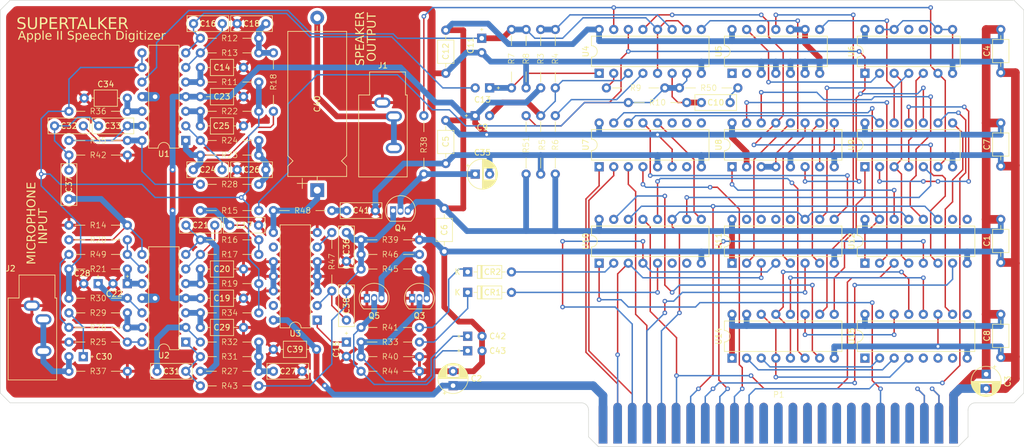
<source format=kicad_pcb>
(kicad_pcb (version 20221018) (generator pcbnew)
  (layers (0 "F.Cu" signal) (31 "B.Cu" signal) (34 "B.Paste" user) (35 "F.Paste" user) (36 "B.SilkS" user "B.Silkscreen") (37 "F.SilkS" user "F.Silkscreen") (38 "B.Mask" user) (39 "F.Mask" user) (44 "Edge.Cuts" user))
  (net 0 "")
  (net 1 "GND")
  (net 2 "+5V")
  (net 3 "+12V")
  (net 4 "Net-(U4-SF)")
  (net 5 "Net-(C10-Pad1)")
  (net 6 "Net-(U4-FI)")
  (net 7 "Net-(U1C-+)")
  (net 8 "Net-(U4-AI)")
  (net 9 "Net-(C13-Pad2)")
  (net 10 "Net-(U1B-+)")
  (net 11 "Net-(U3-BYPASS)")
  (net 12 "Net-(U8-PSC)")
  (net 13 "Net-(U1B--)")
  (net 14 "Net-(C17-Pad2)")
  (net 15 "Net-(C18-Pad2)")
  (net 16 "Net-(U2B-+)")
  (net 17 "Net-(U2B--)")
  (net 18 "Net-(C21-Pad2)")
  (net 19 "Net-(U2C-+)")
  (net 20 "Net-(U1A--)")
  (net 21 "Net-(C24-Pad2)")
  (net 22 "Net-(U1A-+)")
  (net 23 "Net-(C26-Pad2)")
  (net 24 "Net-(C27-Pad2)")
  (net 25 "Net-(U2D-+)")
  (net 26 "Net-(U2A-+)")
  (net 27 "Net-(C30-Pad1)")
  (net 28 "Net-(C30-Pad2)")
  (net 29 "Net-(U2A--)")
  (net 30 "Net-(C31-Pad2)")
  (net 31 "Net-(C32-Pad1)")
  (net 32 "Net-(C32-Pad2)")
  (net 33 "Net-(U1D--)")
  (net 34 "Net-(U1D-+)")
  (net 35 "Net-(Q4-B)")
  (net 36 "Net-(Q4-E)")
  (net 37 "Net-(C37-Pad1)")
  (net 38 "Net-(U3-+)")
  (net 39 "Net-(C40-Pad1)")
  (net 40 "Net-(C40-Pad2)")
  (net 41 "Net-(C41-Pad2)")
  (net 42 "Net-(CR1-K)")
  (net 43 "Net-(CR1-A)")
  (net 44 "Net-(CR2-K)")
  (net 45 "Net-(CR2-A)")
  (net 47 "A0")
  (net 48 "A1")
  (net 49 "A2")
  (net 68 "Net-(P1-{slash}INTIN)")
  (net 69 "Net-(P1-{slash}DMAIN)")
  (net 72 "{slash}RESET")
  (net 81 "Φ0")
  (net 82 "{slash}DEVSEL")
  (net 83 "D7")
  (net 84 "D6")
  (net 85 "D5")
  (net 86 "D4")
  (net 87 "D3")
  (net 88 "D2")
  (net 89 "D1")
  (net 90 "D0")
  (net 91 "Net-(Q3-B)")
  (net 92 "Net-(Q3-C)")
  (net 93 "Net-(Q5-B)")
  (net 94 "Net-(Q5-C)")
  (net 95 "Net-(U4-{slash}CO)")
  (net 96 "Net-(U4-GC)")
  (net 97 "/ANALOG OUT")
  (net 98 "Net-(U4-AF)")
  (net 99 "Net-(U1C--)")
  (net 100 "Net-(U2C--)")
  (net 101 "Net-(R25-Pad1)")
  (net 102 "Net-(U2D--)")
  (net 103 "Net-(U4-E{slash}D)")
  (net 104 "Net-(U3--)")
  (net 105 "Net-(U9-Pad11)")
  (net 108 "Net-(U4-DO)")
  (net 109 "Net-(U4-DI)")
  (net 110 "Net-(U4-CLK)")
  (net 113 "Net-(U5B-S)")
  (net 114 "Net-(U14-W)")
  (net 116 "Net-(U5B-Q)")
  (net 117 "Net-(U14-Z)")
  (net 118 "Net-(U12-Pad4)")
  (net 119 "Net-(U6-Pad5)")
  (net 126 "/WRITE STATUS")
  (net 127 "WRITE_DATA")
  (net 128 "Net-(U7-O1)")
  (net 129 "READ_DATA")
  (net 130 "Net-(U8-Q1)")
  (net 131 "Net-(U11-Q3)")
  (net 132 "Net-(U11-Q2)")
  (net 133 "Net-(U11-Q1)")
  (net 134 "Net-(U11-Q0)")
  (net 135 "Net-(U8-Q3)")
  (net 136 "Net-(U8-Q2)")
  (net 137 "Net-(U10-Q3)")
  (net 138 "Net-(U15-CLK)")
  (net 141 "Net-(U10-Q4)")
  (net 142 "Net-(U10-Q5)")
  (net 149 "Net-(U14-X0)")
  (net 150 "Net-(U14-X1)")
  (net 151 "Net-(U14-X2)")
  (net 152 "Net-(U14-X3)")
  (net 153 "Net-(U14-Y3)")
  (net 154 "Net-(U14-Y2)")
  (footprint "Resistor_THT_Custom:R_Axial_DIN0207_L6.3mm_D2.5mm_P10.16mm_Horizontal" (layer "F.Cu") (at 62.738 41.656)
    (fp_text reference "R39")
    (fp_text value "9.1K")
  )
  (footprint "Resistor_THT_Custom:R_Axial_DIN0207_L6.3mm_D2.5mm_P10.16mm_Horizontal" (layer "F.Cu") (at 57.658 50.546 90)
    (fp_text reference "R47")
    (fp_text value "470K")
  )
  (footprint "Capacitor_THT:CP_Radial_D5.0mm_P2.50mm" (layer "F.Cu") (at 78.74 67.016 90)
    (fp_text reference "C2")
    (fp_text value "10uF 35V")
  )
  (footprint "Capacitor_THT:C_Rect_L7.0mm_W2.5mm_P5.00mm" (layer "F.Cu") (at 9.438 21.844)
    (fp_text reference "C32")
    (fp_text value "0.01uF 100V\n")
  )
  (footprint "Capacitor_THT:C_Rect_L7.0mm_W2.5mm_P5.00mm" (layer "F.Cu") (at 65.238 36.576 180)
    (fp_text reference "C41")
    (fp_text value "0.01uF 100V\n")
  )
  (footprint "Capacitor_THT:C_Rect_L7.0mm_W2.5mm_P5.00mm" (layer "F.Cu") (at 44.918 39.116 180)
    (fp_text reference "C17")
    (fp_text value "0.01uF 100V\n")
  )
  (footprint "Resistor_THT_Custom:R_Axial_DIN0207_L6.3mm_D2.5mm_P10.16mm_Horizontal" (layer "F.Cu") (at 44.958 26.924 180)
    (fp_text reference "R23")
    (fp_text value "51K")
  )
  (footprint "Resistor_THT_Custom:R_Axial_DIN0207_L6.3mm_D2.5mm_P10.16mm_Horizontal" (layer "F.Cu") (at 72.898 44.196 180)
    (fp_text reference "R46")
    (fp_text value "6.8K")
  )
  (footprint "Resistor_THT_Custom:R_Axial_DIN0207_L6.3mm_D2.5mm_P10.16mm_Horizontal" (layer "F.Cu") (at 44.958 44.196 180)
    (fp_text reference "R17")
    (fp_text value "62K")
  )
  (footprint "Resistor_THT_Custom:R_Axial_DIN0207_L6.3mm_D2.5mm_P10.16mm_Horizontal" (layer "F.Cu") (at 62.738 64.516)
    (fp_text reference "R44")
    (fp_text value "6.2K")
  )
  (footprint "Package_DIP:DIP-16_W7.62mm" (layer "F.Cu") (at 104.14 45.72 90)
    (fp_text reference "U10")
    (fp_text value "74LS174")
  )
  (footprint "Resistor_THT_Custom:R_Axial_DIN0207_L6.3mm_D2.5mm_P10.16mm_Horizontal" (layer "F.Cu") (at 62.738 61.976)
    (fp_text reference "R40")
    (fp_text value "6.2K")
  )
  (footprint "Resistor_THT_Custom:R_Axial_DIN0207_L6.3mm_D2.5mm_P10.16mm_Horizontal" (layer "F.Cu") (at 93.98 5.08 -90)
    (fp_text reference "R3")
    (fp_text value "3.3K")
  )
  (footprint "Resistor_THT_Custom:R_Axial_DIN0207_L6.3mm_D2.5mm_P10.16mm_Horizontal" (layer "F.Cu") (at 34.798 54.356)
    (fp_text reference "R34")
    (fp_text value "10K")
  )
  (footprint "Resistor_THT_Custom:R_Axial_DIN0207_L6.3mm_D2.5mm_P10.16mm_Horizontal" (layer "F.Cu") (at 22.098 59.436 180)
    (fp_text reference "R25")
    (fp_text value "10K")
  )
  (footprint "Package_DIP:DIP-16_W7.62mm" (layer "F.Cu") (at 150.368 45.72 90)
    (fp_text reference "U12")
    (fp_text value "74LS367")
  )
  (footprint "Capacitor_THT:C_Rect_L7.0mm_W2.5mm_P5.00mm" (layer "F.Cu") (at 27.258 64.516)
    (fp_text reference "C31")
    (fp_text value "0.0015uF 100V")
  )
  (footprint "Resistor_THT_Custom:R_Axial_DIN0207_L6.3mm_D2.5mm_P10.16mm_Horizontal" (layer "F.Cu") (at 34.798 14.224)
    (fp_text reference "R11")
    (fp_text value "10K")
  )
  (footprint "Capacitor_THT:C_Rect_L7.0mm_W2.5mm_P5.00mm" (layer "F.Cu") (at 38.608 4.064 180)
    (fp_text reference "C16")
    (fp_text value "0.0015uF 100V")
  )
  (footprint "Capacitor_THT_Custom:CP_Radial_Tantal_D4.5mm_P2.50mm" (layer "F.Cu") (at 82.59 20.066)
    (fp_text reference "C9")
    (fp_text value "0.39uF 50V")
  )
  (footprint "Resistor_THT_Custom:R_Axial_DIN0207_L6.3mm_D2.5mm_P10.16mm_Horizontal" (layer "F.Cu") (at 91.44 20.066 -90)
    (fp_text reference "R51")
    (fp_text value "1K")
  )
  (footprint "Resistor_THT_Custom:R_Axial_DIN0207_L6.3mm_D2.5mm_P10.16mm_Horizontal" (layer "F.Cu") (at 22.098 51.816 180)
    (fp_text reference "R30")
    (fp_text value "10K")
  )
  (footprint "Resistor_THT_Custom:R_Axial_DIN0207_L6.3mm_D2.5mm_P10.16mm_Horizontal" (layer "F.Cu") (at 44.958 61.976 180)
    (fp_text reference "R31")
    (fp_text value "20K")
  )
  (footprint "Resistor_THT_Custom:R_Axial_DIN0207_L6.3mm_D2.5mm_P10.16mm_Horizontal" (layer "F.Cu") (at 93.98 30.226 90)
    (fp_text reference "R5")
    (fp_text value "2.7M")
  )
  (footprint "Capacitor_THT:CP_Radial_D5.0mm_P2.50mm" (layer "F.Cu") (at 82.59 30.226)
    (fp_text reference "C35")
    (fp_text value "10uF 35V")
  )
  (footprint "Capacitor_THT:C_Axial_L3.8mm_D2.6mm_P7.50mm_Horizontal" (layer "F.Cu") (at 42.298 21.844 180)
    (fp_text reference "C25")
    (fp_text value "0.1uF 50V\n")
  )
  (footprint "Capacitor_THT:C_Rect_L7.0mm_W2.5mm_P5.00mm" (layer "F.Cu") (at 126.92 17.78 180)
    (fp_text reference "C10")
    (fp_text value "0.068uF 63V")
  )
  (footprint "Resistor_THT_Custom:R_Axial_DIN0207_L6.3mm_D2.5mm_P10.16mm_Horizontal" (layer "F.Cu") (at 22.098 19.304 180)
    (fp_text reference "R36")
    (fp_text value "10K")
  )
  (footprint "Resistor_THT_Custom:R_Axial_DIN0207_L6.3mm_D2.5mm_P10.16mm_Horizontal" (layer "F.Cu") (at 72.898 46.736 180)
    (fp_text reference "R45")
    (fp_text value "2.2K")
  )
  (footprint "Resistor_THT_Custom:R_Axial_DIN0207_L6.3mm_D2.5mm_P10.16mm_Horizontal" (layer "F.Cu") (at 73.66 20.066 -90)
    (fp_text reference "R38")
    (fp_text value "4.7K")
  )
  (footprint "Package_DIP:DIP-16_W7.62mm" (layer "F.Cu") (at 104.14 12.7 90)
    (fp_text reference "U4")
    (fp_text value "MC3418")
  )
  (footprint "Resistor_THT_Custom:R_Axial_DIN0207_L6.3mm_D2.5mm_P10.16mm_Horizontal" (layer "F.Cu") (at 11.938 41.656)
    (fp_text reference "R20")
    (fp_text value "22K")
  )
  (footprint "Capacitor_THT_Custom:CP_Radial_Tantal_D4.5mm_P2.50mm" (layer "F.Cu") (at 85.09 15.24 180)
    (fp_text reference "C13")
    (fp_text value "10uF 25V")
  )
  (footprint "Resistor_THT_Custom:R_Axial_DIN0207_L6.3mm_D2.5mm_P10.16mm_Horizontal" (layer "F.Cu") (at 34.798 49.276)
    (fp_text reference "R19")
    (fp_text value "10K")
  )
  (footprint "Package_DIP:DIP-16_W7.62mm" (layer "F.Cu") (at 127.254 62.23 90)
    (fp_text reference "U14")
    (fp_text value "4529")
  )
  (footprint "Capacitor_THT:C_Axial_L3.8mm_D2.6mm_P7.50mm_Horizontal" (layer "F.Cu") (at 77.47 28.388 90)
    (fp_text reference "C5")
    (fp_text value "0.1uF 50V\n")
  )
  (footprint "Diode_THT:D_DO-35_SOD27_P7.62mm_Horizontal" (layer "F.Cu") (at 81.28 50.8)
    (fp_text reference "CR1")
    (fp_text value "1N4148")
  )
  (footprint "Resistor_THT_Custom:R_Axial_DIN0207_L6.3mm_D2.5mm_P10.16mm_Horizontal" (layer "F.Cu") (at 22.098 24.384 180)
    (fp_text reference "R35")
    (fp_text value "150K")
  )
  (footprint "Resistor_THT_Custom:R_Axial_DIN0207_L6.3mm_D2.5mm_P10.16mm_Horizontal" (layer "F.Cu") (at 11.938 44.196)
    (fp_text reference "R49")
    (fp_text value "1K")
  )
  (footprint "Package_TO_SOT_THT:TO-92_Inline" (layer "F.Cu") (at 63.754 51.816)
    (fp_text reference "Q5")
    (fp_text value "PN2222A")
  )
  (footprint "Capacitor_THT:C_Axial_L3.8mm_D2.6mm_P7.50mm_Horizontal" (layer "F.Cu") (at 42.298 16.764 180)
    (fp_text reference "C23")
    (fp_text value "0.1uF 50V\n")
  )
  (footprint "Package_TO_SOT_THT:TO-92_Inline" (layer "F.Cu") (at 68.326 36.576)
    (fp_text reference "Q4")
    (fp_text value "PN2222A")
  )
  (footprint "Capacitor_THT:CP_Radial_D5.0mm_P2.50mm" (layer "F.Cu") (at 171.45 65.024 -90)
    (fp_text reference "C3")
    (fp_text value "10uF 35V")
  )
  (footprint "Capacitor_THT:C_Axial_L3.8mm_D2.6mm_P7.50mm_Horizontal" (layer "F.Cu") (at 34.798 46.736)
    (fp_text reference "C20")
    (fp_text value "0.1uF 50V\n")
  )
  (footprint "Resistor_THT_Custom:R_Axial_DIN0207_L6.3mm_D2.5mm_P10.16mm_Horizontal" (layer "F.Cu") (at 34.798 67.056)
    (fp_text reference "R43")
    (fp_text value "62K")
  )
  (footprint "Capacitor_THT_Custom:CP_Radial_Tantal_D4.5mm_P2.50mm" (layer "F.Cu") (at 83.72675 6.604 -90)
    (fp_text reference "C11")
    (fp_text value "10uF 25V")
  )
  (footprint "Package_DIP:DIP-14_W7.62mm" (layer "F.Cu") (at 127.254 12.7 90)
    (fp_text reference "U5")
    (fp_text value "4013")
  )
  (footprint "Resistor_THT_Custom:R_Axial_DIN0207_L6.3mm_D2.5mm_P10.16mm_Horizontal" (layer "F.Cu") (at 34.798 64.516)
    (fp_text reference "R27")
    (fp_text value "20K")
  )
  (footprint "Package_DIP:DIP-14_W7.62mm" (layer "F.Cu") (at 55.118 55.626 180)
    (fp_text reference "U3")
    (fp_text value "LM380N")
  )
  (footprint "Capacitor_THT:C_Rect_L7.0mm_W2.5mm_P5.00mm" (layer "F.Cu") (at 60.198 45.386 90)
    (fp_text reference "C36")
    (fp_text value "100pF 500V")
  )
  (footprint "Package_DIP:DIP-14_W7.62mm" (layer "F.Cu") (at 32.258 24.384 180)
    (fp_text reference "U1")
    (fp_text value "LM324")
  )
  (footprint "Capacitor_THT:C_Rect_L7.0mm_W2.5mm_P5.00mm" (layer "F.Cu") (at 41.188 29.464)
    (fp_text reference "C26")
    (fp_text value "0.01uF 100V\n")
  )
  (footprint "Capacitor_THT:C_Rect_L7.0mm_W2.5mm_P5.00mm" (layer "F.Cu") (at 60.198 55.626 90)
    (fp_text reference "C38")
    (fp_text value "0.01uF 100V\n")
  )
  (footprint "Resistor_THT_Custom:R_Axial_DIN0207_L6.3mm_D2.5mm_P10.16mm_Horizontal" (layer "F.Cu") (at 44.958 36.576 180)
    (fp_text reference "R15")
    (fp_text value "51K")
  )
  (footprint "Capacitor_THT:C_Axial_L3.8mm_D2.6mm_P7.50mm_Horizontal" (layer "F.Cu") (at 173.99 28.836 90)
    (fp_text reference "C7")
    (fp_text value "0.1uF 50V\n")
  )
  (footprint "Capacitor_THT_Custom:CP_Radial_Tantal_D4.5mm_P2.50mm" (layer "F.Cu") (at 81.28 58.42)
    (fp_text reference "C42")
    (fp_text value "10uF 25V")
  )
  (footprint "Resistor_THT_Custom:R_Axial_DIN0207_L6.3mm_D2.5mm_P10.16mm_Horizontal" (layer "F.Cu") (at 44.958 9.144 180)
    (fp_text reference "R13")
    (fp_text value "33K")
  )
  (footprint "Resistor_THT_Custom:R_Axial_DIN0207_L6.3mm_D2.5mm_P10.16mm_Horizontal" (layer "F.Cu") (at 96.52 20.066 -90)
    (fp_text reference "R6")
    (fp_text value "1.3K")
  )
  (footprint "Capacitor_THT:C_Axial_L3.8mm_D2.6mm_P7.50mm_Horizontal" (layer "F.Cu") (at 173.99 12.58 90)
    (fp_text reference "C4")
    (fp_text value "0.1uF 50V\n")
  )
  (footprint "Capacitor_THT:C_Rect_L7.0mm_W2.5mm_P5.00mm" (layer "F.Cu") (at 52.498 64.516 180)
    (fp_text reference "C27")
    (fp_text value "0.01uF 100V\n")
  )
  (footprint "Resistor_THT_Custom:R_Axial_DIN0207_L6.3mm_D2.5mm_P10.16mm_Horizontal" (layer "F.Cu") (at 91.44 15.24 90)
    (fp_text reference "R8")
    (fp_text value "1K")
  )
  (footprint "Resistor_THT_Custom:R_Axial_DIN0207_L6.3mm_D2.5mm_P10.16mm_Horizontal" (layer "F.Cu") (at 72.898 56.896 180)
    (fp_text reference "R41")
    (fp_text value "10K")
  )
  (footprint "Resistor_THT_Custom:R_Axial_DIN0207_L6.3mm_D2.5mm_P10.16mm_Horizontal" (layer "F.Cu") (at 72.898 59.436 180)
    (fp_text reference "R33")
    (fp_text value "10K")
  )
  (footprint "Capacitor_THT:C_Axial_L3.8mm_D2.6mm_P7.50mm_Horizontal" (layer "F.Cu") (at 14.598 17.018)
    (fp_text reference "C34")
    (fp_text value "0.1uF 50V\n")
  )
  (footprint "Resistor_THT_Custom:R_Axial_DIN0207_L6.3mm_D2.5mm_P10.16mm_Horizontal" (layer "F.Cu") (at 44.958 24.384 180)
    (fp_text reference "R24")
    (fp_text value "62K")
  )
  (footprint "Package_DIP:DIP-16_W7.62mm" (layer "F.Cu") (at 127.254 45.72 90)
    (fp_text reference "U11")
    (fp_text value "74LS174")
  )
  (footprint "Resistor_THT_Custom:R_Axial_DIN0207_L6.3mm_D2.5mm_P10.16mm_Horizontal" (layer "F.Cu") (at 115.57 15.24 180)
    (fp_text reference "R9")
    (fp_text value "620")
  )
  (footprint "Capacitor_THT:C_Axial_L3.8mm_D2.6mm_P7.50mm_Horizontal" (layer "F.Cu") (at 42.298 11.684 180)
    (fp_text reference "C14")
    (fp_text value "0.1uF 50V\n")
  )
  (footprint "Capacitor_THT:C_Rect_L7.0mm_W2.5mm_P5.00mm" (layer "F.Cu") (at 17.098 21.844)
    (fp_text reference "C33")
    (fp_text value "0.01uF 100V\n")
  )
  (footprint "Capacitor_THT:C_Rect_L7.0mm_W2.5mm_P5.00mm" (layer "F.Cu") (at 41.188 4.064)
    (fp_text reference "C18")
    (fp_text value "0.01uF 100V\n")
  )
  (footprint "Capacitor_THT:C_Axial_L3.8mm_D2.6mm_P7.50mm_Horizontal" (layer "F.Cu") (at 42.298 51.816 180)
    (fp_text reference "C19")
    (fp_text value "0.1uF 50V\n")
  )
  (footprint "Capacitor_THT_Custom:CP_Radial_Tantal_D4.5mm_P2.50mm" (layer "F.Cu") (at 14.438 61.976 180)
    (fp_text reference "C30")
    (fp_text value "10uF 25V")
  )
  (footprint "Resistor_THT_Custom:R_Axial_DIN0207_L6.3mm_D2.5mm_P10.16mm_Horizontal" (layer "F.Cu") (at 88.9 5.08 -90)
    (fp_text reference "R7")
    (fp_text value "620")
  )
  (footprint "Resistor_THT_Custom:R_Axial_DIN0207_L6.3mm_D2.5mm_P10.16mm_Horizontal" (layer "F.Cu") (at 34.798 19.304)
    (fp_text reference "R22")
    (fp_text value "10K")
  )
  (footprint "Resistor_THT_Custom:R_Axial_DIN0207_L6.3mm_D2.5mm_P10.16mm_Horizontal" (layer "F.Cu") (at 11.938 26.924)
    (fp_text reference "R42")
    (fp_text value "20K")
  )
  (footprint "Resistor_THT_Custom:R_Axial_DIN0207_L6.3mm_D2.5mm_P10.16mm_Horizontal" (layer "F.Cu") (at 96.52 15.24 90)
    (fp_text reference "R4")
    (fp_text value "18K")
  )
  (footprint "Resistor_THT_Custom:R_Axial_DIN0207_L6.3mm_D2.5mm_P10.16mm_Horizontal" (layer "F.Cu") (at 22.098 56.896 180)
    (fp_text reference "R26")
    (fp_text value "15K")
  )
  (footprint "Capacitor_THT_Custom:CP_Radial_Tantal_D4.5mm_P2.50mm" (layer "F.Cu") (at 22.098 49.276 180)
    (fp_text reference "C22")
    (fp_text value "10uF 25V")
  )
  (footprint "Capacitor_THT:C_Axial_L3.8mm_D2.6mm_P7.50mm_Horizontal" (layer "F.Cu") (at 173.99 62.11 90)
    (fp_text reference "C8")
    (fp_text value "0.1uF 50V\n")
  )
  (footprint "Package_DIP:DIP-14_W7.62mm" (layer "F.Cu") (at 32.258 59.436 180)
    (fp_text reference "U2")
    (fp_text value "LM324")
  )
  (footprint "Connector_Audio:Jack_3.5mm_CUI_SJ1-3533NG_Horizontal" (layer "F.Cu") (at 66.448 17.79)
    (fp_text reference "J1")
    (fp_text value "SPKR OUTPUT")
  )
  (footprint "Resistor_THT_Custom:R_Axial_DIN0207_L6.3mm_D2.5mm_P10.16mm_Horizontal" (layer "F.Cu") (at 47.498 36.576)
    (fp_text reference "R48")
    (fp_text value "2.7K")
  )
  (footprint "Package_TO_SOT_THT:TO-92_Inline" (layer "F.Cu") (at 71.628 51.816)
    (fp_text reference "Q3")
    (fp_text value "PN2222A")
  )
  (footprint "Resistor_THT_Custom:R_Axial_DIN0207_L6.3mm_D2.5mm_P10.16mm_Horizontal" (layer "F.Cu") (at 22.098 39.116 180)
    (fp_text reference "R14")
    (fp_text value "10K")
  )
  (footprint "Package_DIP:DIP-16_W7.62mm" (layer "F.Cu") (at 104.14 28.956 90)
    (fp_text reference "U7")
    (fp_text value "74LS138")
  )
  (footprint "Connector_Audio:Jack_3.5mm_CUI_SJ1-3533NG_Horizontal" (layer "F.Cu") (at 5.488 53.096)
    (fp_text reference "J2")
    (fp_text value "MIC INPUT")
  )
  (footprint "Resistor_THT_Custom:R_Axial_DIN0207_L6.3mm_D2.5mm_P10.16mm_Horizontal" (layer "F.Cu") (at 11.938 64.516)
    (fp_text reference "R37")
    (fp_text value "1K")
  )
  (footprint "Connector_Custom:Apple_II_Expansion_Bus_Card_Edge" (layer "F.Cu") (at 135.3 66.294)
    (fp_text reference "P1")
    (fp_text value "Apple II Expansion Bus")
  )
  (footprint "Capacitor_THT:C_Rect_L7.0mm_W2.5mm_P5.00mm" (layer "F.Cu") (at 37.298 39.116 180)
    (fp_text reference "C21")
    (fp_text value "82pF 500V")
  )
  (footprint "Capacitor_THT_Custom:CP_Radial_Tantal_D4.5mm_P2.50mm" (layer "F.Cu") (at 81.28 60.96)
    (fp_text reference "C43")
    (fp_text value "10uF 25V")
  )
  (footprint "Resistor_THT_Custom:R_Axial_DIN0207_L6.3mm_D2.5mm_P10.16mm_Horizontal" (layer "F.Cu") (at 44.958 6.604 180)
    (fp_text reference "R12")
    (fp_text value "20K")
  )
  (footprint "Resistor_THT_Custom:R_Axial_DIN0207_L6.3mm_D2.5mm_P10.16mm_Horizontal" (layer "F.Cu") (at 128.27 15.24 180)
    (fp_text reference "R50")
    (fp_text value "68")
  )
  (footprint "Capacitor_THT:C_Axial_L3.8mm_D2.6mm_P7.50mm_Horizontal" (layer "F.Cu") (at 173.99 45.6 90)
    (fp_text reference "C1")
    (fp_text value "0.1uF 50V\n")
  )
  (footprint "Capacitor_THT_Custom:CP_Radial_Tantal_D4.5mm_P2.50mm" (layer "F.Cu") (at 60.198 59.436 -90)
    (fp_text reference "C15")
    (fp_text value "10uF 25V")
  )
  (footprint "Resistor_THT_Custom:R_Axial_DIN0207_L6.3mm_D2.5mm_P10.16mm_Horizontal" (layer "F.Cu") (at 22.098 46.736 180)
    (fp_text reference "R21")
    (fp_text value "10K")
  )
  (footprint "Resistor_THT_Custom:R_Axial_DIN0207_L6.3mm_D2.5mm_P10.16mm_Horizontal" (layer "F.Cu") (at 119.38 17.78 180)
    (fp_text reference "R10")
    (fp_text value "4.7K")
  )
  (footprint "Package_DIP:DIP-14_W7.62mm" (layer "F.Cu") (at 150.368 12.7 90)
    (fp_text reference "U6")
    (fp_text value "4001")
  )
  (footprint "Capacitor_THT:CP_Axial_L25.0mm_D10.0mm_P30.00mm_Horizontal" (layer "F.Cu") (at 55.118 33.02 90)
    (fp_text reference "C40")
    (fp_text value "470uF 25V")
  )
  (footprint "Capacitor_THT:C_Axial_L3.8mm_D2.6mm_P7.50mm_Horizontal" (layer "F.Cu") (at 47.498 60.706)
    (fp_text reference "C39")
    (fp_text value "0.1uF 50V\n")
  )
  (footprint "Resistor_THT_Custom:R_Axial_DIN0207_L6.3mm_D2.5mm_P10.16mm_Horizontal" (layer "F.Cu") (at 44.958 59.436 180)
    (fp_text reference "R32")
    (fp_text value "33K")
  )
  (footprint "Capacitor_THT:C_Rect_L7.0mm_W2.5mm_P5.00mm" (layer "F.Cu") (at 38.568 29.464 180)
    (fp_text reference "C24")
    (fp_text value "82pF 500V")
  )
  (footprint "Capacitor_THT:C_Axial_L3.8mm_D2.6mm_P7.50mm_Horizontal" (layer "F.Cu") (at 77.47 12.7 90)
    (fp_text reference "C12")
    (fp_text value "0.1uF 50V\n")
  )
  (footprint "Capacitor_THT:C_Axial_L3.8mm_D2.6mm_P7.50mm_Horizontal" (layer "F.Cu") (at 34.798 56.896)
    (fp_text reference "C29")
    (fp_text value "0.1uF 50V\n")
  )
  (footprint "Capacitor_THT:C_Axial_L3.8mm_D2.6mm_P7.50mm_Horizontal" (layer "F.Cu") (at 77.216 43.688 90)
    (fp_text reference "C6")
    (fp_text value "0.1uF 50V\n")
  )
  (footprint "Resistor_THT_Custom:R_Axial_DIN0207_L6.3mm_D2.5mm_P10.16mm_Horizontal" (layer "F.Cu") (at 34.798 32.004)
    (fp_text reference "R28")
    (fp_text value "51K")
  )
  (footprint "Package_DIP:DIP-16_W7.62mm" (layer "F.Cu") (at 127.254 28.956 90)
    (fp_text reference "U8")
    (fp_text value "4035")
  )
  (footprint "Resistor_THT_Custom:R_Axial_DIN0207_L6.3mm_D2.5mm_P10.16mm_Horizontal" (layer "F.Cu") (at 11.938 54.356)
    (fp_text reference "R29")
    (fp_text value "1K")
  )
  (footprint "Package_DIP:DIP-16_W7.62mm" (layer "F.Cu") (at 150.368 62.23 90)
    (fp_text reference "U15")
    (fp_text value "4040")
  )
  (footprint "Resistor_THT_Custom:R_Axial_DIN0207_L6.3mm_D2.5mm_P10.16mm_Horizontal" (layer "F.Cu") (at 44.958 41.656 180)
    (fp_text reference "R16")
    (fp_text value "51K")
  )
  (footprint "Capacitor_THT_Custom:CP_Radial_Tantal_D4.5mm_P2.50mm" (layer "F.Cu") (at 17.018 49.276 180)
    (fp_text reference "C28")
    (fp_text value "10uF 25V")
  )
  (footprint "Capacitor_THT:C_Rect_L7.0mm_W2.5mm_P5.00mm" (layer "F.Cu") (at 11.938 34.544 90)
    (fp_text reference "C37")
    (fp_text value "0.01uF 100V\n")
  )
  (footprint "Resistor_THT_Custom:R_Axial_DIN0207_L6.3mm_D2.5mm_P10.16mm_Horizontal" (layer "F.Cu") (at 47.498 19.304 90)
    (fp_text reference "R18")
    (fp_text value "20K")
  )
  (footprint "Diode_THT:D_DO-35_SOD27_P7.62mm_Horizontal" (layer "F.Cu") (at 81.28 47.244)
    (fp_text reference "CR2")
    (fp_text value "1N4148")
  )
  (footprint "Package_DIP:DIP-14_W7.62mm" (layer "F.Cu") (at 150.368 28.956 90)
    (fp_text reference "U9")
    (fp_text value "74LS04")
  )
  (gr_line locked (start 168.3 71.27) (end 168.3 75.92) (stroke (width 0.1)) (layer "Edge.Cuts"))
  (gr_line locked (start 102.3 71.27) (end 102.3 75.92) (stroke (width 0.1)) (layer "Edge.Cuts"))
  (gr_line locked (start 168.3 75.92) (end 166.6 77.62) (stroke (width 0.1)) (layer "Edge.Cuts"))
  (gr_line locked (start 1.7 0) (end 0 1.7) (stroke (width 0.1)) (layer "Edge.Cuts"))
  (gr_line locked (start 178 68.3) (end 176.3 70) (stroke (width 0.1)) (layer "Edge.Cuts"))
  (gr_line locked (start 1.7 0) (end 176.3 0) (stroke (width 0.1)) (layer "Edge.Cuts"))
  (gr_arc locked (start 101.03 70) (mid 101.928026 70.371974) (end 102.3 71.27) (stroke (width 0.1)) (layer "Edge.Cuts"))
  (gr_line locked (start 176.3 0) (end 178 1.7) (stroke (width 0.1)) (layer "Edge.Cuts"))
  (gr_line locked (start 178 1.7) (end 178 68.3) (stroke (width 0.1)) (layer "Edge.Cuts"))
  (gr_arc locked (start 168.3 71.27) (mid 168.671974 70.371974) (end 169.57 70) (stroke (width 0.1)) (layer "Edge.Cuts"))
  (gr_line locked (start 104 77.62) (end 166.6 77.62) (stroke (width 0.1)) (layer "Edge.Cuts"))
  (gr_line locked (start 102.3 75.92) (end 104 77.62) (stroke (width 0.1)) (layer "Edge.Cuts"))
  (gr_line locked (start 1.7 70) (end 101.03 70) (stroke (width 0.1)) (layer "Edge.Cuts"))
  (gr_line locked (start 176.3 70) (end 169.57 70) (stroke (width 0.1)) (layer "Edge.Cuts"))
  (gr_line locked (start 0 68.3) (end 1.7 70) (stroke (width 0.1)) (layer "Edge.Cuts"))
  (gr_line locked (start 0 1.7) (end 0 68.3) (stroke (width 0.1)) (layer "Edge.Cuts"))
  (gr_text "OUTPUT" (at 65.532 10.668 90) (layer "F.SilkS") (effects (font (size 1.5 1.5) (thickness 0.1875)) (justify left bottom)))
  (gr_text "MICROPHONE" (at 6.35 45.974 90) (layer "F.SilkS") (effects (font (size 1.5 1.5) (thickness 0.1875)) (justify left bottom)))
  (gr_text "Apple II Speech Digitizer" (at 3.048 7.112) (layer "F.SilkS") (effects (font (size 1.5 1.5) (thickness 0.1875)) (justify left bottom)))
  (gr_text "INPUT" (at 8.382 42.418 90) (layer "F.SilkS") (effects (font (size 1.5 1.5) (thickness 0.1875)) (justify left bottom)))
  (gr_text "SUPERTALKER" (at 2.794 5.334) (layer "F.SilkS") (effects (font (size 2 2) (thickness 0.1875)) (justify left bottom)))
  (gr_text "SPEAKER" (at 63.5 11.43 90) (layer "F.SilkS") (effects (font (size 1.5 1.5) (thickness 0.1875)) (justify left bottom)))
  (segment (start 176.53 45.72) (end 176.53 28.702) (width 1.5) (layer "F.Cu") (net 1))
  (segment (start 142.494 12.7) (end 142.494 10.033) (width 1) (layer "F.Cu") (net 1))
  (segment (start 77.216 53.34) (end 77.216 43.688) (width 1) (layer "F.Cu") (net 1))
  (segment (start 176.53 61.976) (end 176.396 62.11) (width 1.5) (layer "F.Cu") (net 1))
  (segment (start 176.53 61.976) (end 176.53 45.72) (width 1.5) (layer "F.Cu") (net 1))
  (segment (start 176.41 45.6) (end 173.99 45.6) (width 1.5) (layer "F.Cu") (net 1))
  (segment (start 78.74 64.516) (end 82.296 64.516) (width 1) (layer "F.Cu") (net 1))
  (segment (start 142.494 10.033) (end 139.954 7.493) (width 1) (layer "F.Cu") (net 1))
  (segment (start 176.53 65.786) (end 176.53 61.976) (width 1.5) (layer "F.Cu") (net 1))
  (segment (start 79.756 55.88) (end 77.216 53.34) (width 1) (layer "F.Cu") (net 1))
  (segment (start 83.78 58.42) (end 83.78 57.62) (width 1) (layer "F.Cu") (net 1))
  (segment (start 83.78 60.96) (end 83.78 58.42) (width 1) (layer "F.Cu") (net 1))
  (segment (start 176.396 28.836) (end 173.99 28.836) (width 1.5) (layer "F.Cu") (net 1))
  (segment (start 83.78 57.62) (end 82.04 55.88) (width 1) (layer "F.Cu") (net 1))
  (segment (start 82.296 64.516) (end 83.78 63.032) (width 1) (layer "F.Cu") (net 1))
  (segment (start 176.53 12.58) (end 173.99 12.58) (width 1.5) (layer "F.Cu") (net 1))
  (segment (start 77.47 12.7) (end 75.184 12.7) (width 1) (layer "F.Cu") (net 1))
  (segment (start 82.04 55.88) (end 79.756 55.88) (width 1) (layer "F.Cu") (net 1))
  (segment (start 171.45 67.524) (end 174.792 67.524) (width 1.5) (layer "F.Cu") (net 1))
  (segment (start 176.53 28.702) (end 176.53 12.58) (width 1.5) (layer "F.Cu") (net 1))
  (segment (start 78.74 64.516) (end 72.898 64.516) (width 1) (layer "F.Cu") (net 1))
  (segment (start 176.53 45.72) (end 176.41 45.6) (width 1.5) (layer "F.Cu") (net 1))
  (segment (start 83.78 63.032) (end 83.78 60.96) (width 1) (layer "F.Cu") (net 1))
  (segment (start 139.954 7.493) (end 139.954 5.08) (width 1) (layer "F.Cu") (net 1))
  (segment (start 165.608 12.7) (end 165.608 5.08) (width 0.25) (layer "F.Cu") (net 1))
  (segment (start 176.396 62.11) (end 173.99 62.11) (width 1.5) (layer "F.Cu") (net 1))
  (segment (start 174.792 67.524) (end 176.53 65.786) (width 1.5) (layer "F.Cu") (net 1))
  (segment (start 163.068 54.61) (end 163.068 60.198) (width 0.25) (layer "F.Cu") (net 1))
  (segment (start 176.53 28.702) (end 176.396 28.836) (width 1.5) (layer "F.Cu") (net 1))
  (via (at 26.924 16.764) (size 1.6) (drill 0.8) (layers "F.Cu" "B.Cu") (net 1))
  (via (at 163.068 60.198) (size 1) (drill 0.5) (layers "F.Cu" "B.Cu") (net 1))
  (via (at 26.924 51.816) (size 1.6) (drill 0.8) (layers "F.Cu" "B.Cu") (net 1))
  (segment (start 165.608 10.668) (end 165.608 12.7) (width 1) (layer "B.Cu") (net 1))
  (segment (start 55.118 45.466) (end 55.118 50.546) (width 1) (layer "B.Cu") (net 1))
  (segment (start 85.09 26.924) (end 85.09 30.226) (width 1) (layer "B.Cu") (net 1))
  (segment (start 134.874 10.668) (end 132.334 10.668) (width 1) (layer "B.Cu") (net 1))
  (segment (start 166.918 67.524) (end 171.45 67.524) (width 1.5) (layer "B.Cu") (net 1))
  (segment (start 145.034 43.688) (end 145.034 45.72) (width 1) (layer "B.Cu") (net 1))
  (segment (start 168.148 60.198) (end 145.034 60.198) (width 1) (layer "B.Cu") (net 1))
  (segment (start 78.934 26.924) (end 77.47 28.388) (width 1) (layer "B.Cu") (net 1))
  (segment (start 165.78 68.662) (end 166.918 67.524) (width 1.5) (layer "B.Cu") (net 1))
  (segment (start 121.92 10.668) (end 121.92 12.7) (width 1) (layer "B.Cu") (net 1))
  (segment (start 85.29075 10.668) (end 83.72675 9.104) (width 1) (layer "B.Cu") (net 1))
  (segment (start 145.034 26.924) (end 137.414 26.924) (width 1) (layer "B.Cu") (net 1))
  (segment (start 93.98 26.924) (end 85.09 26.924) (width 1) (layer "B.Cu") (net 1))
  (segment (start 81.066 9.104) (end 77.47 12.7) (width 1) (layer "B.Cu") (net 1))
  (segment (start 142.494 10.668) (end 142.494 12.7) (width 1) (layer "B.Cu") (net 1))
  (segment (start 168.148 43.688) (end 168.148 45.72) (width 1) (layer "B.Cu") (net 1))
  (segment (start 137.414 10.668) (end 137.414 12.7) (width 1) (layer "B.Cu") (net 1))
  (segment (start 70.164 28.388) (end 65.238 33.314) (width 1) (layer "B.Cu") (net 1))
  (segment (start 173.99 45.6) (end 173.99 43.688) (width 1) (layer "B.Cu") (net 1))
  (segment (start 75.184 41.656) (end 72.898 41.656) (width 1) (layer "B.Cu") (net 1))
  (segment (start 121.92 26.924) (end 114.3 26.924) (width 1) (layer "B.Cu") (net 1))
  (segment (start 168.148 62.23) (end 168.148 60.198) (width 1) (layer "B.Cu") (net 1))
  (segment (start 161.544 3.556) (end 156.972 3.556) (width 0.25) (layer "B.Cu") (net 1))
  (segment (start 173.99 12.58) (end 173.99 10.668) (width 1) (layer "B.Cu") (net 1))
  (segment (start 91.44 10.668) (end 85.29075 10.668) (width 1) (layer "B.Cu") (net 1))
  (segment (start 85.09 26.924) (end 78.934 26.924) (width 1) (layer "B.Cu") (net 1))
  (segment (start 121.92 10.668) (end 91.44 10.668) (width 1) (layer "B.Cu") (net 1))
  (segment (start 77.216 43.688) (end 75.184 41.656) (width 1) (layer "B.Cu") (net 1))
  (segment (start 173.99 62.11) (end 173.99 60.198) (width 1) (layer "B.Cu") (net 1))
  (segment (start 173.99 10.668) (end 165.608 10.668) (width 1) (layer "B.Cu") (net 1))
  (segment (start 139.954 5.08) (end 137.414 5.08) (width 1) (layer "B.Cu") (net 1))
  (segment (start 93.98 26.924) (end 93.98 30.226) (width 1) (layer "B.Cu") (net 1))
  (segment (start 165.608 5.08) (end 163.068 5.08) (width 0.25) (layer "B.Cu") (net 1))
  (segment (start 139.954 10.668) (end 137.414 10.668) (width 1) (layer "B.Cu") (net 1))
  (segment (start 137.414 10.668) (end 134.874 10.668) (width 1) (layer "B.Cu") (net 1))
  (segment (start 26.924 16.764) (end 24.638 16.764) (width 1.6) (layer "B.Cu") (net 1))
  (segment (start 137.414 26.924) (end 137.414 28.956) (width 1) (layer "B.Cu") (net 1))
  (segment (start 26.924 51.816) (end 24.638 51.816) (width 1.6) (layer "B.Cu") (net 1))
  (segment (start 165.78 73.914) (end 165.78 68.662) (width 1.5) (layer "B.Cu") (net 1))
  (segment (start 139.954 10.668) (end 139.954 12.7) (width 1) (layer "B.Cu") (net 1))
  (segment (start 173.99 28.836) (end 173.99 26.924) (width 1) (layer "B.Cu") (net 1))
  (segment (start 145.034 60.198) (end 145.034 62.23) (width 1) (layer "B.Cu") (net 1))
  (segment (start 121.92 26.924) (end 121.92 28.956) (width 1) (layer "B.Cu") (net 1))
  (segment (start 165.608 26.924) (end 145.034 26.924) (width 1) (layer "B.Cu") (net 1))
  (segment (start 114.3 26.924) (end 93.98 26.924) (width 1) (layer "B.Cu") (net 1))
  (segment (start 173.99 60.198) (end 168.148 60.198) (width 1) (layer "B.Cu") (net 1))
  (segment (start 137.414 26.924) (end 121.92 26.924) (width 1) (layer "B.Cu") (net 1))
  (segment (start 165.608 26.924) (end 165.608 28.956) (width 1) (layer "B.Cu") (net 1))
  (segment (start 132.334 10.668) (end 121.92 10.668) (width 1) (layer "B.Cu") (net 1))
  (segment (start 77.47 28.388) (end 70.164 28.388) (width 1) (layer "B.Cu") (net 1))
  (segment (start 142.494 10.668) (end 139.954 10.668) (width 1) (layer "B.Cu") (net 1))
  (segment (start 114.3 26.924) (end 114.3 28.956) (width 1) (layer "B.Cu") (net 1))
  (segment (start 121.92 43.688) (end 121.92 45.72) (width 1) (layer "B.Cu") (net 1))
  (segment (start 173.99 43.688) (end 168.148 43.688) (width 1) (layer "B.Cu") (net 1))
  (segment (start 168.148 43.688) (end 145.034 43.688) (width 1) (layer "B.Cu") (net 1))
  (segment (start 132.334 10.668) (end 132.334 12.7) (width 1) (layer "B.Cu") (net 1))
  (segment (start 173.99 26.924) (end 165.608 26.924) (width 1) (layer "B.Cu") (net 1))
  (segment (start 134.874 10.668) (end 134.874 12.7) (width 1) (layer "B.Cu") (net 1))
  (segment (start 47.498 45.466) (end 47.498 50.546) (width 1) (layer "B.Cu") (net 1))
  (segment (start 91.44 10.668) (end 91.44 15.24) (width 1) (layer "B.Cu") (net 1))
  (segment (start 152.908 5.08) (end 155.448 5.08) (width 0.25) (layer "B.Cu") (net 1))
  (segment (start 165.608 10.668) (end 142.494 10.668) (width 1) (layer "B.Cu") (net 1))
  (segment (start 145.034 26.924) (end 145.034 28.956) (width 1) (layer "B.Cu") (net 1))
  (segment (start 145.034 43.688) (end 121.92 43.688) (width 1) (layer "B.Cu") (net 1))
  (segment (start 121.92 43.688) (end 77.216 43.688) (width 1) (layer "B.Cu") (net 1))
  (segment (start 83.72675 9.104) (end 81.066 9.104) (width 1) (layer "B.Cu") (net 1))
  (segment (start 156.972 3.556) (end 155.448 5.08) (width 0.25) (layer "B.Cu") (net 1))
  (segment (start 163.068 5.08) (end 161.544 3.556) (width 0.25) (layer "B.Cu") (net 1))
  (segment (start 65.238 33.314) (end 65.238 36.576) (width 1) (layer "B.Cu") (net 1))
  (segment (start 171.45 21.336) (end 173.99 21.336) (width 1.5) (layer "F.Cu") (net 2))
  (segment (start 80.518 5.2) (end 80.518 20.828) (width 1) (layer "F.Cu") (net 2))
  (segment (start 80.518 36.188) (end 77.216 36.188) (width 1) (layer "F.Cu") (net 2))
  (segment (start 80.518 20.828) (end 80.518 36.188) (width 1) (layer "F.Cu") (net 2))
  (segment (start 127.254 23.876) (end 129.794 26.416) (width 1) (layer "F.Cu") (net 2))
  (segment (start 29.972 36.576) (end 29.972 29.464) (width 1) (layer "F.Cu") (net 2))
  (segment (start 80.518 20.828) (end 80.458 20.888) (width 1) (layer "F.Cu") (net 2))
  (segment (start 77.47 5.2) (end 80.518 5.2) (width 1) (layer "F.Cu") (net 2))
  (segment (start 129.794 26.416) (end 129.794 28.956) (width 1) (layer "F.Cu") (net 2))
  (segment (start 171.45 65.024) (end 171.45 54.61) (width 1.5) (layer "F.Cu") (net 2))
  (segment (start 82.59 21.376) (end 84.582 23.368) (width 1) (layer "F.Cu") (net 2))
  (segment (start 80.458 20.888) (end 77.47 20.888) (width 1) (layer "F.Cu") (net 2))
  (segment (start 171.45 21.336) (end 171.45 5.08) (width 1.5) (layer "F.Cu") (net 2))
  (segment (start 116.84 25.908) (end 116.84 28.956) (width 0.25) (layer "F.Cu") (net 2))
  (segment (start 127.254 38.1) (end 127.254 45.72) (width 1) (layer "F.Cu") (net 2))
  (segment (start 127.254 54.61) (end 127.254 62.23) (width 1) (layer "F.Cu") (net 2))
  (segment (start 171.45 54.61) (end 171.45 38.1) (width 1.5) (layer "F.Cu") (net 2))
  (segment (start 169.418 65.024) (end 171.45 65.024) (width 1.5) (layer "F.Cu") (net 2))
  (segment (start 165.78 73.914) (end 165.78 68.662) (width 1.5) (layer "F.Cu") (net 2))
  (segment (start 114.3 23.368) (end 116.84 25.908) (width 0.25) (layer "F.Cu") (net 2))
  (segment (start 171.45 38.1) (end 173.99 38.1) (width 1.5) (layer "F.Cu") (net 2))
  (segment (start 171.45 54.61) (end 173.99 54.61) (width 1.5) (layer "F.Cu") (net 2))
  (segment (start 165.78 68.662) (end 169.418 65.024) (width 1.5) (layer "F.Cu") (net 2))
  (segment (start 171.45 5.08) (end 173.99 5.08) (width 1.5) (layer "F.Cu") (net 2))
  (segment (start 82.59 20.066) (end 82.59 21.376) (width 1) (layer "F.Cu") (net 2))
  (segment (start 127.254 21.336) (end 127.254 23.876) (width 1) (layer "F.Cu") (net 2))
  (segment (start 171.45 38.1) (end 171.45 21.336) (width 1.5) (layer "F.Cu") (net 2))
  (via (at 29.972 36.576) (size 1) (drill 0.5) (layers "F.Cu" "B.Cu") (net 2))
  (via (at 84.582 23.368) (size 1) (drill 0.5) (layers "F.Cu" "B.Cu") (net 2))
  (via (at 29.972 29.464) (size 1) (drill 0.5) (layers "F.Cu" "B.Cu") (net 2))
  (via (at 114.3 23.368) (size 1) (drill 0.5) (layers "F.Cu" "B.Cu") (net 2))
  (segment (start 104.14 7.112) (end 104.14 5.08) (width 1) (layer "B.Cu") (net 2))
  (segment (start 102.108 5.08) (end 99.568 7.62) (width 1) (layer "B.Cu") (net 2))
  (segment (start 129.794 56.642) (end 129.794 54.61) (width 1) (layer "B.Cu") (net 2))
  (segment (start 34.798 51.816) (end 32.258 51.816) (width 1) (layer "B.Cu") (net 2))
  (segment (start 104.14 23.368) (end 84.582 23.368) (width 1) (layer "B.Cu") (net 2))
  (segment (start 34.798 16.764) (end 39.878 16.764) (width 1) (layer "B.Cu") (net 2))
  (segment (start 29.972 36.576) (end 29.972 51.816) (width 1) (layer "B.Cu") (net 2))
  (segment (start 81.16 40.132) (end 96.52 40.132) (width 1) (layer "B.Cu") (net 2))
  (segment (start 150.368 40.132) (end 150.368 38.1) (width 1) (layer "B.Cu") (net 2))
  (segment (start 76.08 35.052) (end 81.16 40.132) (width 1) (layer "B.Cu") (net 2))
  (segment (start 72.39 35.052) (end 76.08 35.052) (width 1) (layer "B.Cu") (net 2))
  (segment (start 104.14 40.132) (end 96.52 40.132) (width 1) (layer "B.Cu") (net 2))
  (segment (start 150.368 7.112) (end 150.368 5.08) (width 1) (layer "B.Cu") (net 2))
  (segment (start 127.254 7.112) (end 104.14 7.112) (width 1) (layer "B.Cu") (net 2))
  (segment (start 127.254 7.112) (end 127.254 5.08) (width 1) (layer "B.Cu") (net 2))
  (segment (start 91.44 40.132) (end 91.44 30.226) (width 1) (layer "B.Cu") (net 2))
  (segment (start 84.582 23.368) (end 79.95 23.368) (width 1) (layer "B.Cu") (net 2))
  (segment (start 91.44 17.78) (end 93.98 15.24) (width 1) (layer "B.Cu") (net 2))
  (segment (start 173.99 23.368) (end 150.368 23.368) (width 1) (layer "B.Cu") (net 2))
  (segment (start 127.254 40.132) (end 127.254 38.1) (width 1) (layer "B.Cu") (net 2))
  (segment (start 127.254 23.368) (end 127.254 21.336) (width 1) (layer "B.Cu") (net 2))
  (segment (start 70.866 36.576) (end 72.39 35.052) (width 1) (layer "B.Cu") (net 2))
  (segment (start 173.99 5.08) (end 173.99 7.112) (width 1) (layer "B.Cu") (net 2))
  (segment (start 29.972 51.816) (end 32.258 51.816) (width 1) (layer "B.Cu") (net 2))
  (segment (start 173.99 21.336) (end 173.99 23.368) (width 1) (layer "B.Cu") (net 2))
  (segment (start 150.368 56.642) (end 129.794 56.642) (width 1) (layer "B.Cu") (net 2))
  (segment (start 79.95 23.368) (end 77.47 20.888) (width 1) (layer "B.Cu") (net 2))
  (segment (start 84.836 4.064) (end 78.606 4.064) (width 1) (layer "B.Cu") (net 2))
  (segment (start 69.596 11.684) (end 75.692 17.78) (width 1) (layer "B.Cu") (net 2))
  (segment (start 104.14 40.132) (end 104.14 38.1) (width 1) (layer "B.Cu") (net 2))
  (segment (start 127.254 40.132) (end 104.14 40.132) (width 1) (layer "B.Cu") (net 2))
  (segment (start 29.972 29.464) (end 29.972 16.764) (width 1) (layer "B.Cu") (net 2))
  (segment (start 173.99 40.132) (end 150.368 40.132) (width 1) (layer "B.Cu") (net 2))
  (segment (start 150.368 23.368) (end 150.368 21.336) (width 1) (layer "B.Cu") (net 2))
  (segment (start 150.368 23.368) (end 127.254 23.368) (width 1) (layer "B.Cu") (net 2))
  (segment (start 75.692 17.78) (end 78.486 17.78) (width 1) (layer "B.Cu") (net 2))
  (segment (start 173.99 38.1) (end 173.99 40.132) (width 1) (layer "B.Cu") (net 2))
  (segment (start 173.99 7.112) (end 150.368 7.112) (width 1) (layer "B.Cu") (net 2))
  (segment (start 127.254 23.368) (end 104.14 23.368) (width 1) (layer "B.Cu") (net 2))
  (segment (start 78.486 17.78) (end 80.772 20.066) (width 1) (layer "B.Cu") (net 2))
  (segment (start 39.878 16.764) (end 44.958 11.684) (width 1) (layer "B.Cu") (net 2))
  (segment (start 80.772 20.066) (end 82.59 20.066) (width 1) (layer "B.Cu") (net 2))
  (segment (start 88.392 7.62) (end 84.836 4.064) (width 1) (layer "B.Cu") (net 2))
  (segment (start 150.368 40.132) (end 127.254 40.132) (width 1) (layer "B.Cu") (net 2))
  (segment (start 173.99 54.61) (end 173.99 56.642) (width 1) (layer "B.Cu") (net 2))
  (segment (start 127.254 56.642) (end 127.254 54.61) (width 1) (layer "B.Cu") (net 2))
  (segment (start 82.59 20.066) (end 84.876 17.78) (width 1) (layer "B.Cu") (net 2))
  (segment (start 150.368 7.112) (end 127.254 7.112) (width 1) (layer "B.Cu") (net 2))
  (segment (start 96.52 40.132) (end 96.52 30.226) (width 1) (layer "B.Cu") (net 2))
  (segment (start 129.794 56.642) (end 127.254 56.642) (width 1) (layer "B.Cu") (net 2))
  (segment (start 99.568 7.62) (end 88.392 7.62) (width 1) (layer "B.Cu") (net 2))
  (segment (start 104.14 23.368) (end 104.14 21.336) (width 1) (layer "B.Cu") (net 2))
  (segment (start 29.972 16.764) (end 32.258 16.764) (width 1) (layer "B.Cu") (net 2))
  (segment (start 78.606 4.064) (end 77.47 5.2) (width 1) (layer "B.Cu") (net 2))
  (segment (start 173.99 56.642) (end 150.368 56.642) (width 1) (layer "B.Cu") (net 2))
  (segment (start 84.876 17.78) (end 91.44 17.78) (width 1) (layer "B.Cu") (net 2))
  (segment (start 150.368 56.642) (end 150.368 54.61) (width 1) (layer "B.Cu") (net 2))
  (segment (start 32.258 16.764) (end 34.798 16.764) (width 1) (layer "B.Cu") (net 2))
  (segment (start 44.958 11.684) (end 69.596 11.684) (width 1) (layer "B.Cu") (net 2))
  (segment (start 104.14 5.08) (end 102.108 5.08) (width 1) (layer "B.Cu") (net 2))
  (segment (start 56.428 67.016) (end 54.998 65.586) (width 1) (layer "F.Cu") (net 3))
  (segment (start 54.998 65.586) (end 54.998 60.706) (width 1) (layer "F.Cu") (net 3))
  (via (at 56.428 67.016) (size 1) (drill 0.5) (layers "F.Cu" "B.Cu") (net 3))
  (segment (start 103.084 67.016) (end 104.82 68.752) (width 1.5) (layer "B.Cu") (net 3))
  (segment (start 49.918 55.626) (end 54.998 60.706) (width 1) (layer "B.Cu") (net 3))
  (segment (start 76.855 67.016) (end 78.74 67.016) (width 1) (layer "B.Cu") (net 3))
  (segment (start 104.82 68.752) (end 104.82 73.914) (width 1.5) (layer "B.Cu") (net 3))
  (segment (start 56.428 67.016) (end 57.992 68.58) (width 1) (layer "B.Cu") (net 3))
  (segment (start 78.74 67.016) (end 103.084 67.016) (width 1.5) (layer "B.Cu") (net 3))
  (segment (start 57.992 68.58) (end 75.291 68.58) (width 1) (layer "B.Cu") (net 3))
  (segment (start 47.498 55.626) (end 49.918 55.626) (width 1) (layer "B.Cu") (net 3))
  (segment (start 75.291 68.58) (end 76.855 67.016) (width 1) (layer "B.Cu") (net 3))
  (segment (start 91.694 17.78) (end 87.376 17.78) (width 1) (layer "F.Cu") (net 4))
  (segment (start 87.376 17.78) (end 85.09 20.066) (width 1) (layer "F.Cu") (net 4))
  (segment (start 93.98 20.066) (end 91.694 17.78) (width 1) (layer "F.Cu") (net 4))
  (segment (start 107.95 13.97) (end 109.22 12.7) (width 0.25) (layer "B.Cu") (net 4))
  (segment (start 96.52 15.24) (end 97.79 13.97) (width 0.25) (layer "B.Cu") (net 4))
  (segment (start 96.52 15.24) (end 96.52 17.526) (width 0.25) (layer "B.Cu") (net 4))
  (segment (start 96.52 17.526) (end 93.98 20.066) (width 0.25) (layer "B.Cu") (net 4))
  (segment (start 97.79 13.97) (end 107.95 13.97) (width 0.25) (layer "B.Cu") (net 4))
  (segment (start 126.92 16.59) (end 128.27 15.24) (width 0.25) (layer "B.Cu") (net 5))
  (segment (start 126.92 17.78) (end 126.92 16.59) (width 0.25) (layer "B.Cu") (net 5))
  (segment (start 117.856 17.78) (end 119.38 17.78) (width 0.25) (layer "F.Cu") (net 6))
  (segment (start 119.38 17.78) (end 121.92 17.78) (width 1) (layer "F.Cu") (net 6))
  (segment (start 116.84 12.7) (end 116.84 16.764) (width 0.25) (layer "F.Cu") (net 6))
  (segment (start 116.84 16.764) (end 117.856 17.78) (width 0.25) (layer "F.Cu") (net 6))
  (segment (start 87.376 6.604) (end 88.9 5.08) (width 1) (layer "F.Cu") (net 7))
  (segment (start 115.824 3.556) (end 117.856 3.556) (width 0.25) (layer "F.Cu") (net 7))
  (segment (start 114.3 5.08) (end 115.824 3.556) (width 0.25) (layer "F.Cu") (net 7))
  (segment (start 114.3 5.08) (end 114.3 12.7) (width 0.25) (layer "F.Cu") (net 7))
  (segment (start 83.72675 6.604) (end 87.376 6.604) (width 1) (layer "F.Cu") (net 7))
  (segment (start 117.856 3.556) (end 119.38 5.08) (width 0.25) (layer "F.Cu") (net 7))
  (segment (start 50.038 1.778) (end 54.102 5.842) (width 0.25) (layer "B.Cu") (net 7))
  (segment (start 27.178 7.366) (end 32.766 1.778) (width 0.25) (layer "B.Cu") (net 7))
  (segment (start 54.102 5.842) (end 68.326 5.842) (width 0.25) (layer "B.Cu") (net 7))
  (segment (start 97.79 6.604) (end 92.964 6.604) (width 0.25) (layer "B.Cu") (net 7))
  (segment (start 27.178 11.684) (end 27.178 7.366) (width 0.25) (layer "B.Cu") (net 7))
  (segment (start 88.9 5.08) (end 91.44 5.08) (width 1) (layer "B.Cu") (net 7))
  (segment (start 68.326 5.842) (end 69.088 6.604) (width 0.25) (layer "B.Cu") (net 7))
  (segment (start 114.3 5.08) (end 112.268 3.048) (width 0.25) (layer "B.Cu") (net 7))
  (segment (start 69.088 6.604) (end 83.72675 6.604) (width 0.25) (layer "B.Cu") (net 7))
  (segment (start 24.638 14.224) (end 27.178 11.684) (width 0.25) (layer "B.Cu") (net 7))
  (segment (start 112.268 3.048) (end 101.346 3.048) (width 0.25) (layer "B.Cu") (net 7))
  (segment (start 32.766 1.778) (end 50.038 1.778) (width 0.25) (layer "B.Cu") (net 7))
  (segment (start 92.964 6.604) (end 91.44 5.08) (width 0.25) (layer "B.Cu") (net 7))
  (segment (start 101.346 3.048) (end 97.79 6.604) (width 0.25) (layer "B.Cu") (net 7))
  (segment (start 91.44 12.7) (end 88.9 15.24) (width 0.25) (layer "F.Cu") (net 8))
  (segment (start 104.14 12.7) (end 91.44 12.7) (width 0.25) (layer "F.Cu") (net 8))
  (segment (start 85.09 15.24) (end 88.9 15.24) (width 1) (layer "B.Cu") (net 8))
  (segment (start 68.072 6.35) (end 76.962 15.24) (width 0.25) (layer "B.Cu") (net 9))
  (segment (start 32.258 9.144) (end 34.798 6.604) (width 0.25) (layer "B.Cu") (net 9))
  (segment (start 33.608 5.414) (end 34.798 6.604) (width 0.25) (layer "B.Cu") (net 9))
  (segment (start 53.848 6.35) (end 68.072 6.35) (width 0.25) (layer "B.Cu") (net 9))
  (segment (start 33.608 4.064) (end 35.386 2.286) (width 0.25) (layer "B.Cu") (net 9))
  (segment (start 35.386 2.286) (end 49.784 2.286) (width 0.25) (layer "B.Cu") (net 9))
  (segment (start 33.608 4.064) (end 33.608 5.414) (width 0.25) (layer "B.Cu") (net 9))
  (segment (start 76.962 15.24) (end 82.59 15.24) (width 0.25) (layer "B.Cu") (net 9))
  (segment (start 49.784 2.286) (end 53.848 6.35) (width 0.25) (layer "B.Cu") (net 9))
  (segment (start 34.798 14.224) (end 34.798 11.684) (width 1) (layer "B.Cu") (net 10))
  (segment (start 32.258 14.224) (end 34.798 14.224) (width 1) (layer "B.Cu") (net 10))
  (segment (start 60.198 59.436) (end 57.658 59.436) (width 0.25) (layer "F.Cu") (net 11))
  (segment (start 55.118 56.896) (end 55.118 55.626) (width 0.25) (layer "F.Cu") (net 11))
  (segment (start 57.658 59.436) (end 55.118 56.896) (width 0.25) (layer "F.Cu") (net 11))
  (segment (start 142.494 23.876) (end 142.494 28.956) (width 0.25) (layer "F.Cu") (net 12))
  (segment (start 143.764 22.606) (end 142.494 23.876) (width 0.25) (layer "F.Cu") (net 12))
  (segment (start 143.764 15.24) (end 143.764 22.606) (width 0.25) (layer "F.Cu") (net 12))
  (via (at 143.764 15.24) (size 0.8) (drill 0.4) (layers "F.Cu" "B.Cu") (net 12))
  (segment (start 155.448 15.24) (end 157.988 12.7) (width 0.25) (layer "B.Cu") (net 12))
  (segment (start 143.764 15.24) (end 155.448 15.24) (width 0.25) (layer "B.Cu") (net 12))
  (segment (start 38.608 5.334) (end 34.798 9.144) (width 0.25) (layer "B.Cu") (net 13))
  (segment (start 38.608 4.064) (end 38.608 5.334) (width 0.25) (layer "B.Cu") (net 13))
  (segment (start 34.798 9.144) (end 32.258 11.684) (width 0.25) (layer "B.Cu") (net 13))
  (segment (start 39.918 39.116) (end 42.418 39.116) (width 0.25) (layer "F.Cu") (net 14))
  (segment (start 42.418 39.116) (end 44.958 41.656) (width 0.25) (layer "F.Cu") (net 14))
  (segment (start 37.378 36.576) (end 39.918 39.116) (width 1) (layer "B.Cu") (net 14))
  (segment (start 34.798 36.576) (end 37.378 36.576) (width 1) (layer "B.Cu") (net 14))
  (segment (start 44.958 44.196) (end 44.958 41.656) (width 0.25) (layer "B.Cu") (net 14))
  (segment (start 44.958 9.144) (end 47.498 9.144) (width 1) (layer "B.Cu") (net 15))
  (segment (start 46.188 4.064) (end 44.958 5.294) (width 1) (layer "B.Cu") (net 15))
  (segment (start 44.958 5.294) (end 44.958 6.604) (width 1) (layer "B.Cu") (net 15))
  (segment (start 44.958 6.604) (end 44.958 9.144) (width 1) (layer "B.Cu") (net 15))
  (segment (start 32.258 49.276) (end 34.798 49.276) (width 1) (layer "B.Cu") (net 16))
  (segment (start 34.798 49.276) (end 34.798 46.736) (width 1) (layer "B.Cu") (net 16))
  (segment (start 34.798 44.196) (end 37.298 41.696) (width 0.25) (layer "F.Cu") (net 17))
  (segment (start 37.298 41.696) (end 37.298 39.116) (width 0.25) (layer "F.Cu") (net 17))
  (segment (start 32.258 46.736) (end 34.798 44.196) (width 0.25) (layer "B.Cu") (net 17))
  (segment (start 32.258 44.196) (end 34.798 41.656) (width 0.25) (layer "B.Cu") (net 18))
  (segment (start 34.798 41.656) (end 36.322 41.656) (width 1) (layer "B.Cu") (net 18))
  (segment (start 36.322 64.516) (end 34.798 64.516) (width 1) (layer "B.Cu") (net 18))
  (segment (start 37.592 63.246) (end 36.322 64.516) (width 1) (layer "B.Cu") (net 18))
  (segment (start 36.322 41.656) (end 37.592 42.926) (width 1) (layer "B.Cu") (net 18))
  (segment (start 32.298 39.156) (end 32.298 39.116) (width 0.25) (layer "B.Cu") (net 18))
  (segment (start 37.592 42.926) (end 37.592 63.246) (width 1) (layer "B.Cu") (net 18))
  (segment (start 34.798 41.656) (end 32.298 39.156) (width 0.25) (layer "B.Cu") (net 18))
  (segment (start 24.638 49.276) (end 22.098 49.276) (width 1) (layer "B.Cu") (net 19))
  (segment (start 22.098 49.276) (end 22.098 46.736) (width 1) (layer "B.Cu") (net 19))
  (segment (start 38.568 28.154) (end 38.568 29.464) (width 0.25) (layer "B.Cu") (net 20))
  (segment (start 32.258 21.844) (end 34.798 24.384) (width 0.25) (layer "B.Cu") (net 20))
  (segment (start 34.798 24.384) (end 38.568 28.154) (width 0.25) (layer "B.Cu") (net 20))
  (segment (start 44.704 22.098) (end 46.99 22.098) (width 0.25) (layer "F.Cu") (net 21))
  (segment (start 39.878 26.924) (end 44.704 22.098) (width 0.25) (layer "F.Cu") (net 21))
  (segment (start 47.498 21.59) (end 47.498 19.304) (width 0.25) (layer "F.Cu") (net 21))
  (segment (start 34.798 26.924) (end 39.878 26.924) (width 0.25) (layer "F.Cu") (net 21))
  (segment (start 46.99 22.098) (end 47.498 21.59) (width 0.25) (layer "F.Cu") (net 21))
  (segment (start 34.798 26.924) (end 34.798 28.234) (width 1) (layer "B.Cu") (net 21))
  (segment (start 33.274 26.924) (end 34.798 26.924) (width 1) (layer "B.Cu") (net 21))
  (segment (start 32.258 25.908) (end 33.274 26.924) (width 1) (layer "B.Cu") (net 21))
  (segment (start 32.258 24.384) (end 32.258 25.908) (width 1) (layer "B.Cu") (net 21))
  (segment (start 34.798 28.234) (end 33.568 29.464) (width 1) (layer "B.Cu") (net 21))
  (segment (start 32.258 19.304) (end 34.798 19.304) (width 1) (layer "B.Cu") (net 22))
  (segment (start 34.798 19.304) (end 34.798 21.844) (width 1) (layer "B.Cu") (net 22))
  (segment (start 46.188 30.774) (end 44.958 32.004) (width 1) (layer "B.Cu") (net 23))
  (segment (start 46.188 29.464) (end 46.188 30.774) (width 1) (layer "B.Cu") (net 23))
  (segment (start 44.958 26.924) (end 46.188 28.154) (width 1) (layer "B.Cu") (net 23))
  (segment (start 44.958 24.384) (end 44.958 26.924) (width 1) (layer "B.Cu") (net 23))
  (segment (start 46.188 28.154) (end 46.188 29.464) (width 1) (layer "B.Cu") (net 23))
  (segment (start 44.958 59.436) (end 44.958 64.516) (width 1) (layer "B.Cu") (net 24))
  (segment (start 44.958 64.516) (end 47.498 64.516) (width 1) (layer "B.Cu") (net 24))
  (segment (start 19.558 51.816) (end 17.018 49.276) (width 1) (layer "B.Cu") (net 25))
  (segment (start 24.638 54.356) (end 22.098 51.816) (width 0.25) (layer "B.Cu") (net 25))
  (segment (start 22.098 51.816) (end 19.558 51.816) (width 1) (layer "B.Cu") (net 25))
  (segment (start 34.798 54.356) (end 32.258 54.356) (width 1) (layer "B.Cu") (net 26))
  (segment (start 34.798 56.896) (end 34.798 54.356) (width 1) (layer "B.Cu") (net 26))
  (segment (start 14.438 56.856) (end 11.938 54.356) (width 0.25) (layer "B.Cu") (net 27))
  (segment (start 14.438 61.976) (end 14.438 56.856) (width 0.25) (layer "B.Cu") (net 27))
  (segment (start 7.488 60.996) (end 7.488 55.496) (width 1) (layer "B.Cu") (net 28))
  (segment (start 7.488 62.86) (end 7.488 60.996) (width 1) (layer "B.Cu") (net 28))
  (segment (start 11.938 64.516) (end 9.144 64.516) (width 1) (layer "B.Cu") (net 28))
  (segment (start 9.144 64.516) (end 7.488 62.86) (width 1) (layer "B.Cu") (net 28))
  (segment (start 11.938 61.976) (end 11.938 64.516) (width 1) (layer "B.Cu") (net 28))
  (segment (start 29.21 56.896) (end 32.258 56.896) (width 1) (layer "B.Cu") (net 29))
  (segment (start 27.258 64.516) (end 27.258 58.848) (width 1) (layer "B.Cu") (net 29))
  (segment (start 27.258 58.848) (end 29.21 56.896) (width 1) (layer "B.Cu") (net 29))
  (segment (start 32.258 56.896) (end 34.798 59.436) (width 0.25) (layer "B.Cu") (net 29))
  (segment (start 32.258 64.516) (end 34.798 61.976) (width 0.25) (layer "B.Cu") (net 30))
  (segment (start 34.798 67.056) (end 32.258 64.516) (width 0.25) (layer "B.Cu") (net 30))
  (segment (start 34.798 61.976) (end 32.258 59.436) (width 0.25) (layer "B.Cu") (net 30))
  (segment (start 9.438 21.844) (end 11.938 21.844) (width 0.25) (layer "B.Cu") (net 31))
  (segment (start 9.438 24.424) (end 9.438 21.844) (width 0.25) (layer "B.Cu") (net 31))
  (segment (start 11.938 29.544) (end 11.938 26.924) (width 0.25) (layer "B.Cu") (net 31))
  (segment (start 15.574 20.32) (end 17.098 21.844) (width 0.25) (layer "B.Cu") (net 31))
  (segment (start 11.938 26.924) (end 9.438 24.424) (width 0.25) (layer "B.Cu") (net 31))
  (segment (start 11.938 21.844) (end 13.462 20.32) (width 0.25) (layer "B.Cu") (net 31))
  (segment (start 13.462 20.32) (end 15.574 20.32) (width 0.25) (layer "B.Cu") (net 31))
  (segment (start 16.978 24.384) (end 14.438 21.844) (width 0.25) (layer "F.Cu") (net 32))
  (segment (start 22.098 24.384) (end 16.978 24.384) (width 0.25) (layer "F.Cu") (net 32))
  (segment (start 22.098 24.384) (end 24.638 24.384) (width 1) (layer "B.Cu") (net 32))
  (segment (start 24.638 24.384) (end 24.638 29.718) (width 0.25) (layer "B.Cu") (net 32))
  (segment (start 24.638 29.718) (end 26.924 32.004) (width 0.25) (layer "B.Cu") (net 32))
  (segment (start 26.924 32.004) (end 34.798 32.004) (width 0.25) (layer "B.Cu") (net 32))
  (segment (start 19.558 24.384) (end 11.938 24.384) (width 0.25) (layer "B.Cu") (net 33))
  (segment (start 24.638 21.844) (end 22.098 21.844) (width 1) (layer "B.Cu") (net 33))
  (segment (start 22.098 21.844) (end 19.558 24.384) (width 0.25) (layer "B.Cu") (net 33))
  (segment (start 22.098 17.018) (end 22.098 19.304) (width 1) (layer "B.Cu") (net 34))
  (segment (start 22.098 19.304) (end 24.638 19.304) (width 1) (layer "B.Cu") (net 34))
  (segment (start 69.596 34.29) (end 73.66 30.226) (width 1) (layer "B.Cu") (net 35))
  (segment (start 69.596 36.576) (end 69.596 34.29) (width 1) (layer "B.Cu") (net 35))
  (segment (start 73.66 30.226) (end 82.59 30.226) (width 1) (layer "B.Cu") (net 35))
  (segment (start 62.738 44.196) (end 62.738 41.656) (width 1) (layer "B.Cu") (net 36))
  (segment (start 53.848 67.056) (end 57.658 63.246) (width 0.25) (layer "B.Cu") (net 36))
  (segment (start 60.198 49.276) (end 62.738 46.736) (width 0.25) (layer "B.Cu") (net 36))
  (segment (start 57.658 63.246) (end 57.658 55.626) (width 0.25) (layer "B.Cu") (net 36))
  (segment (start 60.198 53.086) (end 60.198 50.626) (width 0.25) (layer "B.Cu") (net 36))
  (segment (start 44.958 67.056) (end 53.848 67.056) (width 0.25) (layer "B.Cu") (net 36))
  (segment (start 60.198 50.626) (end 60.198 49.276) (width 0.25) (layer "B.Cu") (net 36))
  (segment (start 62.738 41.656) (end 65.278 41.656) (width 1) (layer "B.Cu") (net 36))
  (segment (start 62.738 46.736) (end 62.738 44.196) (width 1) (layer "B.Cu") (net 36))
  (segment (start 57.658 55.626) (end 60.198 53.086) (width 0.25) (layer "B.Cu") (net 36))
  (segment (start 61.468 41.656) (end 60.198 40.386) (width 1) (layer "B.Cu") (net 36))
  (segment (start 68.326 38.608) (end 68.326 36.576) (width 1) (layer "B.Cu") (net 36))
  (segment (start 65.278 41.656) (end 68.326 38.608) (width 1) (layer "B.Cu") (net 36))
  (segment (start 62.738 41.656) (end 61.468 41.656) (width 1) (layer "B.Cu") (net 36))
  (segment (start 19.558 41.656) (end 22.098 39.116) (width 0.25) (layer "F.Cu") (net 37))
  (segment (start 11.938 41.656) (end 19.558 41.656) (width 0.25) (layer "F.Cu") (net 37))
  (segment (start 24.638 44.196) (end 24.638 41.656) (width 0.25) (layer "B.Cu") (net 37))
  (segment (start 24.638 41.656) (end 22.098 39.116) (width 0.25) (layer "B.Cu") (net 37))
  (segment (start 17.526 34.544) (end 11.938 34.544) (width 1) (layer "B.Cu") (net 37))
  (segment (start 22.098 39.116) (end 17.526 34.544) (width 1) (layer "B.Cu") (net 37))
  (segment (start 60.198 55.626) (end 57.658 53.086) (width 0.25) (layer "F.Cu") (net 38))
  (segment (start 57.658 53.086) (end 57.658 50.546) (width 0.25) (layer "F.Cu") (net 38))
  (segment (start 55.118 53.086) (end 57.658 50.546) (width 0.25) (layer "B.Cu") (net 38))
  (segment (start 55.118 34.544) (end 55.118 33.02) (width 1) (layer "B.Cu") (net 39))
  (segment (start 53.086 36.576) (end 55.118 34.544) (width 1) (layer "B.Cu") (net 39))
  (segment (start 47.498 40.386) (end 47.498 36.576) (width 1) (layer "B.Cu") (net 39))
  (segment (start 47.498 36.576) (end 53.086 36.576) (width 1) (layer "B.Cu") (net 39))
  (segment (start 55.118 16.764) (end 58.544 20.19) (width 1) (layer "F.Cu") (net 40))
  (segment (start 55.118 3.02) (end 55.118 16.764) (width 1) (layer "F.Cu") (net 40))
  (segment (start 58.544 20.19) (end 68.448 20.19) (width 1) (layer "F.Cu") (net 40))
  (segment (start 68.448 20.19) (end 68.448 25.69) (width 1) (layer "B.Cu") (net 40))
  (segment (start 60.238 36.576) (end 57.658 36.576) (width 1) (layer "B.Cu") (net 41))
  (segment (start 81.28 53.594) (end 81.28 50.8) (width 0.25) (layer "B.Cu") (net 42))
  (segment (start 75.438 59.436) (end 81.28 53.594) (width 0.25) (layer "B.Cu") (net 42))
  (segment (start 72.898 59.436) (end 75.438 59.436) (width 0.25) (layer "B.Cu") (net 42))
  (segment (start 114.3 50.8) (end 114.3 45.72) (width 0.25) (layer "F.Cu") (net 43))
  (via (at 114.3 50.8) (size 0.8) (drill 0.4) (layers "F.Cu" "B.Cu") (net 43))
  (segment (start 114.3 50.8) (end 88.9 50.8) (width 0.25) (layer "B.Cu") (net 43))
  (segment (start 77.978 54.102) (end 77.978 48.514) (width 0.25) (layer "B.Cu") (net 44))
  (segment (start 72.898 56.896) (end 75.184 56.896) (width 0.25) (layer "B.Cu") (net 44))
  (segment (start 77.978 48.514) (end 79.756 46.736) (width 0.25) (layer "B.Cu") (net 44))
  (segment (start 75.184 56.896) (end 77.978 54.102) (width 0.25) (layer "B.Cu") (net 44))
  (segment (start 79.756 46.736) (end 81.28 46.736) (width 0.25) (layer "B.Cu") (net 44))
  (segment (start 105.156 47.244) (end 88.9 47.244) (width 0.25) (layer "B.Cu") (net 45))
  (segment (start 106.68 45.72) (end 105.156 47.244) (width 0.25) (layer "B.Cu") (net 45))
  (segment (start 101.854 61.214) (end 107.36 66.72) (width 0.25) (layer "F.Cu") (net 47))
  (segment (start 104.14 32.258) (end 101.854 34.544) (width 0.25) (layer "F.Cu") (net 47))
  (segment (start 101.854 34.544) (end 101.854 61.214) (width 0.25) (layer "F.Cu") (net 47))
  (segment (start 104.14 28.956) (end 104.14 32.258) (width 0.25) (layer "F.Cu") (net 47))
  (segment (start 107.36 66.72) (end 107.36 73.914) (width 0.25) (layer "F.Cu") (net 47))
  (segment (start 102.362 34.798) (end 102.362 60.96) (width 0.25) (layer "F.Cu") (net 48))
  (segment (start 106.68 28.956) (end 106.68 30.48) (width 0.25) (layer "F.Cu") (net 48))
  (segment (start 109.9 68.498) (end 109.9 73.914) (width 0.25) (layer "F.Cu") (net 48))
  (segment (start 102.362 60.96) (end 109.9 68.498) (width 0.25) (layer "F.Cu") (net 48))
  (segment (start 106.68 30.48) (end 102.362 34.798) (width 0.25) (layer "F.Cu") (net 48))
  (segment (start 110.49 54.61) (end 112.44 56.56) (width 0.25) (layer "F.Cu") (net 49))
  (segment (start 109.22 28.956) (end 109.22 32.004) (width 0.25) (layer "F.Cu") (net 49))
  (segment (start 109.22 32.004) (end 110.49 33.274) (width 0.25) (layer "F.Cu") (net 49))
  (segment (start 112.44 56.56) (end 112.44 73.914) (width 0.25) (layer "F.Cu") (net 49))
  (segment (start 110.49 33.274) (end 110.49 54.61) (width 0.25) (layer "F.Cu") (net 49))
  (segment (start 160.7 68.752) (end 160.7 73.914) (width 0.25) (layer "F.Cu") (net 68))
  (segment (start 159.512 67.564) (end 160.7 68.752) (width 0.25) (layer "F.Cu") (net 68))
  (via (at 159.512 67.564) (size 0.8) (drill 0.4) (layers "F.Cu" "B.Cu") (net 68))
  (segment (start 159.512 67.564) (end 160.7 68.752) (width 0.25) (layer "B.Cu") (net 68))
  (segment (start 160.7 68.752) (end 160.7 73.914) (width 0.25) (layer "B.Cu") (net 68))
  (segment (start 163.24 68.752) (end 163.24 73.914) (width 0.25) (layer "F.Cu") (net 69))
  (segment (start 162.052 67.564) (end 163.24 68.752) (width 0.25) (layer "F.Cu") (net 69))
  (via (at 162.052 67.564) (size 0.8) (drill 0.4) (layers "F.Cu" "B.Cu") (net 69))
  (segment (start 162.052 67.564) (end 163.24 68.752) (width 0.25) (layer "B.Cu") (net 69))
  (segment (start 163.24 68.752) (end 163.24 73.914) (width 0.25) (layer "B.Cu") (net 69))
  (segment (start 153.08 67.564) (end 151.638 66.122) (width 0.25) (layer "F.Cu") (net 72))
  (segment (start 151.638 66.122) (end 151.638 52.578) (width 0.25) (layer "F.Cu") (net 72))
  (segment (start 104.14 45.72) (end 104.14 52.07) (width 0.25) (layer "F.Cu") (net 72))
  (via (at 153.08 67.564) (size 0.8) (drill 0.4) (layers "F.Cu" "B.Cu") (net 72))
  (via (at 104.14 52.07) (size 0.8) (drill 0.4) (layers "F.Cu" "B.Cu") (net 72))
  (via (at 151.638 52.578) (size 0.8) (drill 0.4) (layers "F.Cu" "B.Cu") (net 72))
  (segment (start 120.904 53.34) (end 121.666 52.578) (width 0.25) (layer "B.Cu") (net 72))
  (segment (start 107.95 52.07) (end 109.22 53.34) (width 0.25) (layer "B.Cu") (net 72))
  (segment (start 109.22 53.34) (end 120.904 53.34) (width 0.25) (layer "B.Cu") (net 72))
  (segment (start 104.14 52.07) (end 107.95 52.07) (width 0.25) (layer "B.Cu") (net 72))
  (segment (start 121.666 52.578) (end 151.638 52.578) (width 0.25) (layer "B.Cu") (net 72))
  (segment (start 153.08 67.564) (end 153.08 73.914) (width 0.25) (layer "B.Cu") (net 72))
  (segment (start 167.894 29.972) (end 166.878 30.988) (width 0.25) (layer "F.Cu") (net 81))
  (segment (start 166.878 30.988) (end 166.878 63.5) (width 0.25) (layer "F.Cu") (net 81))
  (segment (start 166.878 63.5) (end 163.83 66.548) (width 0.25) (layer "F.Cu") (net 81))
  (segment (start 166.624 19.558) (end 167.894 20.828) (width 0.25) (layer "F.Cu") (net 81))
  (segment (start 167.894 20.828) (end 167.894 29.972) (width 0.25) (layer "F.Cu") (net 81))
  (via (at 163.83 66.548) (size 0.8) (drill 0.4) (layers "F.Cu" "B.Cu") (net 81))
  (via (at 166.624 19.558) (size 0.8) (drill 0.4) (layers "F.Cu" "B.Cu") (net 81))
  (segment (start 130.22 68.662) (end 130.22 73.914) (width 0.25) (layer "B.Cu") (net 81))
  (segment (start 131.318 67.564) (end 130.22 68.662) (width 0.25) (layer "B.Cu") (net 81))
  (segment (start 164.846 19.558) (end 166.624 19.558) (width 0.25) (layer "B.Cu") (net 81))
  (segment (start 163.068 21.336) (end 164.846 19.558) (width 0.25) (layer "B.Cu") (net 81))
  (segment (start 152.146 66.548) (end 151.13 67.564) (width 0.25) (layer "B.Cu") (net 81))
  (segment (start 163.83 66.548) (end 152.146 66.548) (width 0.25) (layer "B.Cu") (net 81))
  (segment (start 151.13 67.564) (end 131.318 67.564) (width 0.25) (layer "B.Cu") (net 81))
  (segment (start 129.032 63.881) (end 128.524 63.373) (width 0.25) (layer "F.Cu") (net 82))
  (segment (start 128.524 63.373) (end 128.524 36.322) (width 0.25) (layer "F.Cu") (net 82))
  (segment (start 128.524 36.322) (end 124.714 32.512) (width 0.25) (layer "F.Cu") (net 82))
  (segment (start 124.714 32.512) (end 123.444 32.512) (width 0.25) (layer "F.Cu") (net 82))
  (segment (start 129.032 67.564) (end 129.032 63.881) (width 0.25) (layer "F.Cu") (net 82))
  (segment (start 111.76 28.956) (end 111.76 32.004) (width 0.25) (layer "F.Cu") (net 82))
  (via (at 111.76 32.004) (size 0.8) (drill 0.4) (layers "F.Cu" "B.Cu") (net 82))
  (via (at 123.444 32.512) (size 0.8) (drill 0.4) (layers "F.Cu" "B.Cu") (net 82))
  (via (at 129.032 67.564) (size 0.8) (drill 0.4) (layers "F.Cu" "B.Cu") (net 82))
  (segment (start 112.268 32.512) (end 111.76 32.004) (width 0.25) (layer "B.Cu") (net 82))
  (segment (start 129.032 67.564) (end 127.68 68.916) (width 0.25) (layer "B.Cu") (net 82))
  (segment (start 127.68 68.916) (end 127.68 73.914) (width 0.25) (layer "B.Cu") (net 82))
  (segment (start 123.444 32.512) (end 112.268 32.512) (width 0.25) (layer "B.Cu") (net 82))
  (segment (start 160.528 45.72) (end 160.528 41.91) (width 0.25) (layer "F.Cu") (net 83))
  (segment (start 126.492 67.564) (end 124.968 66.04) (width 0.25) (layer "F.Cu") (net 83))
  (segment (start 124.968 66.04) (end 124.968 42.672) (width 0.25) (layer "F.Cu") (net 83))
  (segment (start 124.968 42.672) (end 125.73 41.91) (width 0.25) (layer "F.Cu") (net 83))
  (via (at 160.528 41.91) (size 0.8) (drill 0.4) (layers "F.Cu" "B.Cu") (net 83))
  (via (at 125.73 41.91) (size 0.8) (drill 0.4) (layers "F.Cu" "B.Cu") (net 83))
  (via (at 126.492 67.564) (size 0.8) (drill 0.4) (layers "F.Cu" "B.Cu") (net 83))
  (segment (start 160.528 41.91) (end 125.73 41.91) (width 0.25) (layer "B.Cu") (net 83))
  (segment (start 125.14 68.916) (end 125.14 73.914) (width 0.25) (layer "B.Cu") (net 83))
  (segment (start 126.492 67.564) (end 125.14 68.916) (width 0.25) (layer "B.Cu") (net 83))
  (segment (start 148.59 49.53) (end 148.59 66.548) (width 0.25) (layer "F.Cu") (net 84))
  (via (at 148.59 66.548) (size 0.8) (drill 0.4) (layers "F.Cu" "B.Cu") (net 84))
  (via (at 123.952 67.564) (size 0.8) (drill 0.4) (layers "F.Cu" "B.Cu") (net 84))
  (via (at 148.59 49.53) (size 0.8) (drill 0.4) (layers "F.Cu" "B.Cu") (net 84))
  (segment (start 123.952 67.564) (end 124.968 66.548) (width 0.25) (layer "B.Cu") (net 84))
  (segment (start 165.608 48.514) (end 164.592 49.53) (width 0.25) (layer "B.Cu") (net 84))
  (segment (start 123.952 67.564) (end 122.6 68.916) (width 0.25) (layer "B.Cu") (net 84))
  (segment (start 165.608 45.72) (end 165.608 48.514) (width 0.25) (layer "B.Cu") (net 84))
  (segment (start 164.592 49.53) (end 148.59 49.53) (width 0.25) (layer "B.Cu") (net 84))
  (segment (start 122.6 68.916) (end 122.6 73.914) (width 0.25) (layer "B.Cu") (net 84))
  (segment (start 124.968 66.548) (end 148.59 66.548) (width 0.25) (layer "B.Cu") (net 84))
  (segment (start 123.952 65.024) (end 123.952 35.814) (width 0.25) (layer "F.Cu") (net 85))
  (segment (start 121.412 67.564) (end 123.952 65.024) (width 0.25) (layer "F.Cu") (net 85))
  (via (at 121.412 67.564) (size 0.8) (drill 0.4) (layers "F.Cu" "B.Cu") (net 85))
  (via (at 123.952 35.814) (size 0.8) (drill 0.4) (layers "F.Cu" "B.Cu") (net 85))
  (segment (start 123.952 35.814) (end 160.782 35.814) (width 0.25) (layer "B.Cu") (net 85))
  (segment (start 111.506 35.814) (end 123.952 35.814) (width 0.25) (layer "B.Cu") (net 85))
  (segment (start 121.412 67.564) (end 120.06 68.916) (width 0.25) (layer "B.Cu") (net 85))
  (segment (start 120.06 68.916) (end 120.06 73.914) (width 0.25) (layer "B.Cu") (net 85))
  (segment (start 160.782 35.814) (end 163.068 38.1) (width 0.25) (layer "B.Cu") (net 85))
  (segment (start 109.22 38.1) (end 111.506 35.814) (width 0.25) (layer "B.Cu") (net 85))
  (segment (start 152.908 48.26) (end 155.448 45.72) (width 0.25) (layer "F.Cu") (net 86))
  (segment (start 113.03 39.37) (end 111.76 38.1) (width 0.25) (layer "F.Cu") (net 86))
  (segment (start 117.602 65.278) (end 117.602 58.674) (width 0.25) (layer "F.Cu") (net 86))
  (segment (start 145.542 67.564) (end 147.32 65.786) (width 0.25) (layer "F.Cu") (net 86))
  (segment (start 148.082 48.26) (end 152.908 48.26) (width 0.25) (layer "F.Cu") (net 86))
  (segment (start 113.03 54.102) (end 113.03 39.37) (width 0.25) (layer "F.Cu") (net 86))
  (segment (start 147.32 65.786) (end 147.32 49.022) (width 0.25) (layer "F.Cu") (net 86))
  (segment (start 130.556 65.278) (end 132.842 67.564) (width 0.25) (layer "F.Cu") (net 86))
  (segment (start 117.602 58.674) (end 113.03 54.102) (width 0.25) (layer "F.Cu") (net 86))
  (segment (start 132.842 67.564) (end 145.542 67.564) (width 0.25) (layer "F.Cu") (net 86))
  (segment (start 147.32 49.022) (end 148.082 48.26) (width 0.25) (layer "F.Cu") (net 86))
  (via (at 130.556 65.278) (size 0.8) (drill 0.4) (layers "F.Cu" "B.Cu") (net 86))
  (via (at 117.602 65.278) (size 0.8) (drill 0.4) (layers "F.Cu" "B.Cu") (net 86))
  (segment (start 117.602 65.278) (end 117.602 73.832) (width 0.25) (layer "B.Cu") (net 86))
  (segment (start 117.602 73.832) (end 117.52 73.914) (width 0.25) (layer "B.Cu") (net 86))
  (segment (start 117.602 65.278) (end 130.556 65.278) (width 0.25) (layer "B.Cu") (net 86))
  (segment (start 118.11 54.356) (end 118.11 40.64) (width 0.25) (layer "F.Cu") (net 87))
  (segment (start 116.84 39.37) (end 116.84 38.1) (width 0.25) (layer "F.Cu") (net 87))
  (segment (start 118.11 40.64) (end 116.84 39.37) (width 0.25) (layer "F.Cu") (net 87))
  (via (at 118.11 54.356) (size 0.8) (drill 0.4) (layers "F.Cu" "B.Cu") (net 87))
  (segment (start 138.684 36.83) (end 139.954 38.1) (width 0.25) (layer "B.Cu") (net 87))
  (segment (start 118.11 36.83) (end 138.684 36.83) (width 0.25) (layer "B.Cu") (net 87))
  (segment (start 156.718 36.83) (end 157.988 38.1) (width 0.25) (layer "B.Cu") (net 87))
  (segment (start 118.11 54.356) (end 114.98 57.486) (width 0.25) (layer "B.Cu") (net 87))
  (segment (start 139.954 38.1) (end 141.224 36.83) (width 0.25) (layer "B.Cu") (net 87))
  (segment (start 141.224 36.83) (end 156.718 36.83) (width 0.25) (layer "B.Cu") (net 87))
  (segment (start 114.98 57.486) (end 114.98 73.914) (width 0.25) (layer "B.Cu") (net 87))
  (segment (start 116.84 38.1) (end 118.11 36.83) (width 0.25) (layer "B.Cu") (net 87))
  (segment (start 139.954 45.72) (end 139.954 50.8) (width 0.25) (layer "F.Cu") (net 88))
  (segment (start 115.57 52.324) (end 115.57 54.356) (width 0.25) (layer "F.Cu") (net 88))
  (via (at 115.57 52.324) (size 0.8) (drill 0.4) (layers "F.Cu" "B.Cu") (net 88))
  (via (at 139.954 50.8) (size 0.8) (drill 0.4) (layers "F.Cu" "B.Cu") (net 88))
  (via (at 115.57 54.356) (size 0.8) (drill 0.4) (layers "F.Cu" "B.Cu") (net 88))
  (segment (start 118.618 50.8) (end 117.602 51.816) (width 0.25) (layer "B.Cu") (net 88))
  (segment (start 139.954 50.8) (end 118.618 50.8) (width 0.25) (layer "B.Cu") (net 88))
  (segment (start 112.44 57.486) (end 112.44 73.914) (width 0.25) (layer "B.Cu") (net 88))
  (segment (start 117.602 51.816) (end 117.094 52.324) (width 0.25) (layer "B.Cu") (net 88))
  (segment (start 115.57 54.356) (end 112.44 57.486) (width 0.25) (layer "B.Cu") (net 88))
  (segment (start 117.094 52.324) (end 115.57 52.324) (width 0.25) (layer "B.Cu") (net 88))
  (segment (start 111.76 45.72) (end 111.76 41.91) (width 0.25) (layer "F.Cu") (net 89))
  (segment (start 97.79 41.91) (end 97.79 53.34) (width 0.25) (layer "F.Cu") (net 89))
  (via (at 97.79 53.34) (size 0.8) (drill 0.4) (layers "F.Cu" "B.Cu") (net 89))
  (via (at 97.79 41.91) (size 0.8) (drill 0.4) (layers "F.Cu" "B.Cu") (net 89))
  (via (at 111.76 41.91) (size 0.8) (drill 0.4) (layers "F.Cu" "B.Cu") (net 89))
  (segment (start 111.76 41.91) (end 97.79 41.91) (width 0.25) (layer "B.Cu") (net 89))
  (segment (start 106.934 53.34) (end 109.9 56.306) (width 0.25) (layer "B.Cu") (net 89))
  (segment (start 109.9 56.306) (end 109.9 73.914) (width 0.25) (layer "B.Cu") (net 89))
  (segment (start 133.35 47.244) (end 134.874 45.72) (width 0.25) (layer "B.Cu") (net 89))
  (segment (start 111.76 45.72) (end 113.284 47.244) (width 0.25) (layer "B.Cu") (net 89))
  (segment (start 113.284 47.244) (end 133.35 47.244) (width 0.25) (layer "B.Cu") (net 89))
  (segment (start 97.79 53.34) (end 106.934 53.34) (width 0.25) (layer "B.Cu") (net 89))
  (segment (start 132.334 45.72) (end 132.334 48.26) (width 0.25) (layer "F.Cu") (net 90))
  (segment (start 107.36 47.58) (end 109.22 45.72) (width 0.25) (layer "F.Cu") (net 90))
  (segment (start 107.36 61.64) (end 107.36 47.58) (width 0.25) (layer "F.Cu") (net 90))
  (via (at 132.334 48.26) (size 0.8) (drill 0.4) (layers "F.Cu" "B.Cu") (net 90))
  (via (at 107.36 61.64) (size 0.8) (drill 0.4) (layers "F.Cu" "B.Cu") (net 90))
  (segment (start 111.76 48.26) (end 132.334 48.26) (width 0.25) (layer "B.Cu") (net 90))
  (segment (start 109.22 45.72) (end 111.76 48.26) (width 0.25) (layer "B.Cu") (net 90))
  (segment (start 107.36 61.64) (end 107.36 73.914) (width 0.25) (layer "B.Cu") (net 90))
  (segment (start 72.898 51.816) (end 72.898 53.848) (width 1) (layer "B.Cu") (net 91))
  (segment (start 62.738 59.436) (end 62.738 61.976) (width 1) (layer "B.Cu") (net 91))
  (segment (start 67.31 59.436) (end 62.738 59.436) (width 1) (layer "B.Cu") (net 91))
  (segment (start 78.74 58.42) (end 81.28 58.42) (width 0.25) (layer "B.Cu") (net 91))
  (segment (start 73.914 66.294) (end 74.93 65.278) (width 0.25) (layer "B.Cu") (net 91))
  (segment (start 62.738 61.976) (end 67.056 66.294) (width 0.25) (layer "B.Cu") (net 91))
  (segment (start 72.898 53.848) (end 67.31 59.436) (width 1) (layer "B.Cu") (net 91))
  (segment (start 67.056 66.294) (end 73.914 66.294) (width 0.25) (layer "B.Cu") (net 91))
  (segment (start 74.93 62.23) (end 78.74 58.42) (width 0.25) (layer "B.Cu") (net 91))
  (segment (start 74.93 65.278) (end 74.93 62.23) (width 0.25) (layer "B.Cu") (net 91))
  (segment (start 74.168 48.006) (end 72.898 46.736) (width 1) (layer "B.Cu") (net 92))
  (segment (start 74.168 51.816) (end 74.168 48.006) (width 1) (layer "B.Cu") (net 92))
  (segment (start 62.738 64.516) (end 65.024 66.802) (width 0.25) (layer "B.Cu") (net 93))
  (segment (start 76.962 60.96) (end 81.28 60.96) (width 0.25) (layer "B.Cu") (net 93))
  (segment (start 61.468 58.166) (end 61.468 63.246) (width 0.25) (layer "B.Cu") (net 93))
  (segment (start 75.438 65.532) (end 75.438 62.484) (width 0.25) (layer "B.Cu") (net 93))
  (segment (start 75.438 62.484) (end 76.962 60.96) (width 0.25) (layer "B.Cu") (net 93))
  (segment (start 62.738 56.896) (end 61.468 58.166) (width 0.25) (layer "B.Cu") (net 93))
  (segment (start 65.024 66.802) (end 74.168 66.802) (width 0.25) (layer "B.Cu") (net 93))
  (segment (start 65.024 51.816) (end 65.024 54.61) (width 1) (layer "B.Cu") (net 93))
  (segment (start 74.168 66.802) (end 75.438 65.532) (width 0.25) (layer "B.Cu") (net 93))
  (segment (start 61.468 63.246) (end 62.738 64.516) (width 0.25) (layer "B.Cu") (net 93))
  (segment (start 65.024 54.61) (end 62.738 56.896) (width 1) (layer "B.Cu") (net 93))
  (segment (start 66.294 51.816) (end 66.294 48.26) (width 1) (layer "B.Cu") (net 94))
  (segment (start 66.294 48.26) (end 70.358 44.196) (width 1) (layer "B.Cu") (net 94))
  (segment (start 70.358 44.196) (end 72.898 44.196) (width 1) (layer "B.Cu") (net 94))
  (segment (start 93.98 5.08) (end 96.52 5.08) (width 1) (layer "B.Cu") (net 95))
  (segment (start 116.84 5.08) (end 114.3 2.54) (width 0.25) (layer "B.Cu") (net 95))
  (segment (start 99.06 2.54) (end 96.52 5.08) (width 0.25) (layer "B.Cu") (net 95))
  (segment (start 114.3 2.54) (end 99.06 2.54) (width 0.25) (layer "B.Cu") (net 95))
  (segment (start 96.52 20.066) (end 99.314 17.272) (width 0.25) (layer "B.Cu") (net 96))
  (segment (start 99.314 17.272) (end 107.188 17.272) (width 0.25) (layer "B.Cu") (net 96))
  (segment (start 107.188 17.272) (end 111.76 12.7) (width 0.25) (layer "B.Cu") (net 96))
  (segment (start 113.03 17.78) (end 115.57 15.24) (width 0.25) (layer "B.Cu") (net 97))
  (segment (start 109.22 17.78) (end 113.03 17.78) (width 0.25) (layer "B.Cu") (net 97))
  (segment (start 69.088 12.954) (end 75.184 19.05) (width 0.25) (layer "B.Cu") (net 97))
  (segment (start 50.038 29.972) (end 50.038 18.034) (width 0.25) (layer "B.Cu") (net 97))
  (segment (start 119.38 13.97) (end 119.38 12.7) (width 0.25) (layer "B.Cu") (net 97))
  (segment (start 78.105 19.05) (end 80.899 21.844) (width 0.25) (layer "B.Cu") (net 97))
  (segment (start 97.536 21.844) (end 101.6 17.78) (width 0.25) (layer "B.Cu") (net 97))
  (segment (start 44.958 35.052) (end 50.038 29.972) (width 0.25) (layer "B.Cu") (net 97))
  (segment (start 55.118 12.954) (end 69.088 12.954) (width 0.25) (layer "B.Cu") (net 97))
  (segment (start 115.57 15.24) (end 118.11 15.24) (width 1) (layer "B.Cu") (net 97))
  (segment (start 50.038 18.034) (end 55.118 12.954) (width 0.25) (layer "B.Cu") (net 97))
  (segment (start 75.184 19.05) (end 78.105 19.05) (width 0.25) (layer "B.Cu") (net 97))
  (segment (start 101.6 17.78) (end 109.22 17.78) (width 0.25) (layer "B.Cu") (net 97))
  (segment (start 44.958 36.576) (end 44.958 35.052) (width 0.25) (layer "B.Cu") (net 97))
  (segment (start 118.11 15.24) (end 119.38 13.97) (width 0.25) (layer "B.Cu") (net 97))
  (segment (start 80.899 21.844) (end 97.536 21.844) (width 0.25) (layer "B.Cu") (net 97))
  (segment (start 105.41 15.24) (end 106.68 13.97) (width 0.25) (layer "F.Cu") (net 98))
  (segment (start 106.68 13.97) (end 106.68 12.7) (width 0.25) (layer "F.Cu") (net 98))
  (via (at 7.112 30.226) (size 0.8) (drill 0.4) (layers "F.Cu" "B.Cu") (net 99))
  (via (at 41.91 34.29) (size 0.8) (drill 0.4) (layers "F.Cu" "B.Cu") (net 99))
  (segment (start 43.18 35.56) (end 43.18 44.958) (width 0.25) (layer "B.Cu") (net 99))
  (segment (start 13.97 11.684) (end 11.938 13.716) (width 0.25) (layer "B.Cu") (net 99))
  (segment (start 7.112 20.574) (end 8.382 19.304) (width 0.25) (layer "B.Cu") (net 99))
  (segment (start 43.18 23.622) (end 44.958 21.844) (width 0.25) (layer "B.Cu") (net 99))
  (segment (start 7.112 32.258) (end 13.97 39.116) (width 0.25) (layer "B.Cu") (net 99))
  (segment (start 13.97 44.704) (end 11.938 46.736) (width 0.25) (layer "B.Cu") (net 99))
  (segment (start 11.938 13.716) (end 11.938 19.304) (width 0.25) (layer "B.Cu") (net 99))
  (segment (start 41.91 34.29) (end 43.18 35.56) (width 0.25) (layer "B.Cu") (net 99))
  (segment (start 24.638 9.144) (end 24.638 11.684) (width 0.25) (layer "B.Cu") (net 99))
  (segment (start 13.97 39.116) (end 13.97 44.704) (width 0.25) (layer "B.Cu") (net 99))
  (segment (start 44.958 14.224) (end 44.958 19.304) (width 1) (layer "B.Cu") (net 99))
  (segment (start 10.414 32.004) (end 24.638 32.004) (width 0.25) (layer "B.Cu") (net 99))
  (segment (start 24.638 32.004) (end 26.924 34.29) (width 0.25) (layer "B.Cu") (net 99))
  (segment (start 8.382 19.304) (end 11.938 19.304) (width 0.25) (layer "B.Cu") (net 99))
  (segment (start 44.958 46.736) (end 44.958 49.276) (width 0.25) (layer "B.Cu") (net 99))
  (segment (start 43.18 44.958) (end 44.958 46.736) (width 0.25) (layer "B.Cu") (net 99))
  (segment (start 7.112 30.226) (end 7.112 32.258) (width 0.25) (layer "B.Cu") (net 99))
  (segment (start 7.112 30.226) (end 7.112 20.574) (width 0.25) (layer "B.Cu") (net 99))
  (segment (start 8.636 30.226) (end 10.414 32.004) (width 0.25) (layer "B.Cu") (net 99))
  (segment (start 11.938 46.736) (end 11.938 51.816) (width 1) (layer "B.Cu") (net 99))
  (segment (start 44.958 54.356) (end 44.958 49.276) (width 0.25) (layer "B.Cu") (net 99))
  (segment (start 44.958 21.844) (end 44.958 19.304) (width 0.25) (layer "B.Cu") (net 99))
  (segment (start 24.638 11.684) (end 13.97 11.684) (width 0.25) (layer "B.Cu") (net 99))
  (segment (start 26.924 34.29) (end 41.91 34.29) (width 0.25) (layer "B.Cu") (net 99))
  (segment (start 41.91 34.29) (end 43.18 33.02) (width 0.25) (layer "B.Cu") (net 99))
  (segment (start 43.18 33.02) (end 43.18 23.622) (width 0.25) (layer "B.Cu") (net 99))
  (segment (start 7.112 30.226) (end 8.636 30.226) (width 0.25) (layer "B.Cu") (net 99))
  (segment (start 22.098 41.656) (end 22.098 44.196) (width 0.25) (layer "B.Cu") (net 100))
  (segment (start 24.638 46.736) (end 22.098 44.196) (width 0.25) (layer "B.Cu") (net 100))
  (segment (start 22.098 59.436) (end 19.558 56.896) (width 0.25) (layer "F.Cu") (net 101))
  (segment (start 19.558 56.896) (end 11.938 56.896) (width 0.25) (layer "F.Cu") (net 101))
  (segment (start 10.414 45.72) (end 10.414 55.372) (width 0.25) (layer "B.Cu") (net 101))
  (segment (start 11.938 44.196) (end 10.414 45.72) (width 0.25) (layer "B.Cu") (net 101))
  (segment (start 22.098 59.436) (end 24.638 59.436) (width 0.25) (layer "B.Cu") (net 101))
  (segment (start 10.414 55.372) (end 11.938 56.896) (width 0.25) (layer "B.Cu") (net 101))
  (segment (start 22.098 56.896) (end 24.638 56.896) (width 1) (layer "B.Cu") (net 102))
  (segment (start 22.098 56.896) (end 22.098 54.356) (width 1) (layer "B.Cu") (net 102))
  (segment (start 163.068 12.7) (end 164.338 13.97) (width 0.25) (layer "F.Cu") (net 103))
  (segment (start 161.798 11.43) (end 161.798 1.27) (width 0.25) (layer "F.Cu") (net 103))
  (segment (start 163.068 12.7) (end 161.798 11.43) (width 0.25) (layer "F.Cu") (net 103))
  (segment (start 164.338 13.97) (end 164.338 27.686) (width 0.25) (layer "F.Cu") (net 103))
  (segment (start 164.338 27.686) (end 163.068 28.956) (width 0.25) (layer "F.Cu") (net 103))
  (segment (start 106.68 1.27) (end 106.68 5.08) (width 0.25) (layer "F.Cu") (net 103))
  (segment (start 73.66 2.794) (end 73.66 20.32) (width 0.25) (layer "F.Cu") (net 103))
  (via (at 106.68 1.27) (size 0.8) (drill 0.4) (layers "F.Cu" "B.Cu") (net 103))
  (via (at 161.798 1.27) (size 0.8) (drill 0.4) (layers "F.Cu" "B.Cu") (net 103))
  (via (at 73.66 2.794) (size 0.8) (drill 0.4) (layers "F.Cu" "B.Cu") (net 103))
  (segment (start 106.68 1.27) (end 161.798 1.27) (width 0.25) (layer "B.Cu") (net 103))
  (segment (start 75.184 1.27) (end 106.68 1.27) (width 0.25) (layer "B.Cu") (net 103))
  (segment (start 73.66 2.794) (end 75.184 1.27) (width 0.25) (layer "B.Cu") (net 103))
  (segment (start 57.658 40.386) (end 55.118 42.926) (width 0.25) (layer "B.Cu") (net 104))
  (segment (start 168.402 19.304) (end 167.64 18.542) (width 0.25) (layer "F.Cu") (net 105))
  (segment (start 168.402 31.496) (end 168.402 19.304) (width 0.25) (layer "F.Cu") (net 105))
  (segment (start 152.908 28.956) (end 152.908 31.496) (width 0.25) (layer "F.Cu") (net 105))
  (segment (start 160.528 31.496) (end 163.068 31.496) (width 0.25) (layer "F.Cu") (net 105))
  (segment (start 157.988 18.542) (end 157.988 21.336) (width 0.25) (layer "F.Cu") (net 105))
  (via (at 167.64 18.542) (size 0.8) (drill 0.4) (layers "F.Cu" "B.Cu") (net 105))
  (via (at 163.068 31.496) (size 0.8) (drill 0.4) (layers "F.Cu" "B.Cu") (net 105))
  (via (at 157.988 18.542) (size 0.8) (drill 0.4) (layers "F.Cu" "B.Cu") (net 105))
  (via (at 168.402 31.496) (size 0.8) (drill 0.4) (layers "F.Cu" "B.Cu") (net 105))
  (via (at 152.908 31.496) (size 0.8) (drill 0.4) (layers "F.Cu" "B.Cu") (net 105))
  (via (at 160.528 31.496) (size 0.8) (drill 0.4) (layers "F.Cu" "B.Cu") (net 105))
  (segment (start 167.64 18.542) (end 157.988 18.542) (width 0.25) (layer "B.Cu") (net 105))
  (segment (start 163.068 31.496) (end 168.402 31.496) (width 0.25) (layer "B.Cu") (net 105))
  (segment (start 152.908 31.496) (end 160.528 31.496) (width 0.25) (layer "B.Cu") (net 105))
  (segment (start 138.684 3.556) (end 138.684 22.86) (width 0.25) (layer "F.Cu") (net 108))
  (segment (start 138.684 22.86) (end 134.874 26.67) (width 0.25) (layer "F.Cu") (net 108))
  (segment (start 134.874 26.67) (end 134.874 28.956) (width 0.25) (layer "F.Cu") (net 108))
  (via (at 138.684 3.556) (size 0.8) (drill 0.4) (layers "F.Cu" "B.Cu") (net 108))
  (segment (start 123.444 3.556) (end 127.254 3.556) (width 0.25) (layer "B.Cu") (net 108))
  (segment (start 121.92 5.08) (end 123.444 3.556) (width 0.25) (layer "B.Cu") (net 108))
  (segment (start 134.874 28.956) (end 132.334 28.956) (width 1) (layer "B.Cu") (net 108))
  (segment (start 127.254 3.556) (end 138.684 3.556) (width 0.25) (layer "B.Cu") (net 108))
  (segment (start 133.604 6.35) (end 136.144 8.89) (width 0.25) (layer "F.Cu") (net 109))
  (segment (start 163.83 30.48) (end 164.338 30.988) (width 0.25) (layer "F.Cu") (net 109))
  (segment (start 164.338 34.036) (end 161.798 36.576) (width 0.25) (layer "F.Cu") (net 109))
  (segment (start 133.604 3.81) (end 133.604 6.35) (width 0.25) (layer "F.Cu") (net 109))
  (segment (start 164.338 30.988) (end 164.338 34.036) (width 0.25) (layer "F.Cu") (net 109))
  (segment (start 134.874 21.336) (end 131.064 25.146) (width 0.25) (layer "F.Cu") (net 109))
  (segment (start 161.798 44.45) (end 163.068 45.72) (width 0.25) (layer "F.Cu") (net 109))
  (segment (start 111.76 5.08) (end 114.3 2.54) (width 0.25) (layer "F.Cu") (net 109))
  (segment (start 161.798 36.576) (end 161.798 44.45) (width 0.25) (layer "F.Cu") (net 109))
  (segment (start 136.144 20.066) (end 134.874 21.336) (width 0.25) (layer "F.Cu") (net 109))
  (segment (start 114.3 2.54) (end 116.84 2.54) (width 0.25) (layer "F.Cu") (net 109))
  (segment (start 162.306 30.48) (end 163.83 30.48) (width 0.25) (layer "F.Cu") (net 109))
  (segment (start 161.798 29.972) (end 162.306 30.48) (width 0.25) (layer "F.Cu") (net 109))
  (segment (start 161.798 25.146) (end 161.798 29.972) (width 0.25) (layer "F.Cu") (net 109))
  (segment (start 132.334 2.54) (end 133.604 3.81) (width 0.25) (layer "F.Cu") (net 109))
  (segment (start 136.144 8.89) (end 136.144 20.066) (width 0.25) (layer "F.Cu") (net 109))
  (via (at 116.84 2.54) (size 0.8) (drill 0.4) (layers "F.Cu" "B.Cu") (net 109))
  (via (at 161.798 25.146) (size 0.8) (drill 0.4) (layers "F.Cu" "B.Cu") (net 109))
  (via (at 131.064 25.146) (size 0.8) (drill 0.4) (layers "F.Cu" "B.Cu") (net 109))
  (via (at 132.334 2.54) (size 0.8) (drill 0.4) (layers "F.Cu" "B.Cu") (net 109))
  (segment (start 131.064 25.146) (end 161.798 25.146) (width 0.25) (layer "B.Cu") (net 109))
  (segment (start 116.84 2.54) (end 132.334 2.54) (width 0.25) (layer "B.Cu") (net 109))
  (segment (start 148.844 17.018) (end 149.606 16.256) (width 0.25) (layer "F.Cu") (net 110))
  (segment (start 150.368 15.494) (end 150.368 12.7) (width 0.25) (layer "F.Cu") (net 110))
  (segment (start 109.22 8.89) (end 107.95 10.16) (width 0.25) (layer "F.Cu") (net 110))
  (segment (start 93.218 21.844) (end 91.44 20.066) (width 0.25) (layer "F.Cu") (net 110))
  (segment (start 149.352 31.496) (end 148.844 30.988) (width 0.25) (layer "F.Cu") (net 110))
  (segment (start 148.844 30.988) (end 148.844 17.018) (width 0.25) (layer "F.Cu") (net 110))
  (segment (start 150.368 9.906) (end 150.368 12.7) (width 0.25) (layer "F.Cu") (net 110))
  (segment (start 139.954 31.496) (end 139.954 28.956) (width 0.25) (layer "F.Cu") (net 110))
  (segment (start 97.536 21.844) (end 93.218 21.844) (width 0.25) (layer "F.Cu") (net 110))
  (segment (start 149.352 8.89) (end 150.368 9.906) (width 0.25) (layer "F.Cu") (net 110))
  (segment (start 149.606 16.256) (end 150.368 15.494) (width 0.25) (layer "F.Cu") (net 110))
  (segment (start 107.95 10.16) (end 107.95 15.748) (width 0.25) (layer "F.Cu") (net 110))
  (segment (start 105.918 17.78) (end 101.6 17.78) (width 0.25) (layer "F.Cu") (net 110))
  (segment (start 109.22 5.08) (end 109.22 8.89) (width 0.25) (layer "F.Cu") (net 110))
  (segment (start 160.528 21.336) (end 160.528 15.24) (width 0.25) (layer "F.Cu") (net 110))
  (segment (start 107.95 15.748) (end 105.918 17.78) (width 0.25) (layer "F.Cu") (net 110))
  (segment (start 101.6 17.78) (end 97.536 21.844) (width 0.25) (layer "F.Cu") (net 110))
  (via (at 160.528 15.24) (size 0.8) (drill 0.4) (layers "F.Cu" "B.Cu") (net 110))
  (via (at 139.954 31.496) (size 0.8) (drill 0.4) (layers "F.Cu" "B.Cu") (net 110))
  (via (at 149.606 16.256) (size 0.8) (drill 0.4) (layers "F.Cu" "B.Cu") (net 110))
  (via (at 109.22 8.89) (size 0.8) (drill 0.4) (layers "F.Cu" "B.Cu") (net 110))
  (via (at 149.352 31.496) (size 0.8) (drill 0.4) (layers "F.Cu" "B.Cu") (net 110))
  (via (at 149.352 8.89) (size 0.8) (drill 0.4) (layers "F.Cu" "B.Cu") (net 110))
  (segment (start 149.352 31.496) (end 139.954 31.496) (width 0.25) (layer "B.Cu") (net 110))
  (segment (start 109.22 8.89) (end 149.352 8.89) (width 0.25) (layer "B.Cu") (net 110))
  (segment (start 159.512 16.256) (end 160.528 15.24) (width 0.25) (layer "B.Cu") (net 110))
  (segment (start 149.606 16.256) (end 159.512 16.256) (width 0.25) (layer "B.Cu") (net 110))
  (segment (start 154.178 13.97) (end 155.448 15.24) (width 0.25) (layer "F.Cu") (net 113))
  (segment (start 155.448 15.24) (end 155.448 21.336) (width 0.25) (layer "F.Cu") (net 113))
  (segment (start 154.178 3.556) (end 154.178 13.97) (width 0.25) (layer "F.Cu") (net 113))
  (via (at 154.178 3.556) (size 0.8) (drill 0.4) (layers "F.Cu" "B.Cu") (net 113))
  (segment (start 144.018 3.556) (end 151.13 3.556) (width 0.25) (layer "B.Cu") (net 113))
  (segment (start 151.13 3.556) (end 154.178 3.556) (width 0.25) (layer "B.Cu") (net 113))
  (segment (start 142.494 5.08) (end 144.018 3.556) (width 0.25) (layer "B.Cu") (net 113))
  (segment (start 134.874 5.08) (end 134.874 2.54) (width 0.25) (layer "F.Cu") (net 114))
  (segment (start 148.336 2.54) (end 148.336 39.624) (width 0.25) (layer "F.Cu") (net 114))
  (segment (start 143.764 44.196) (end 143.764 53.34) (width 0.25) (layer "F.Cu") (net 114))
  (segment (start 143.764 53.34) (end 142.494 54.61) (width 0.25) (layer "F.Cu") (net 114))
  (segment (start 148.336 39.624) (end 143.764 44.196) (width 0.25) (layer "F.Cu") (net 114))
  (via (at 134.874 2.54) (size 0.8) (drill 0.4) (layers "F.Cu" "B.Cu") (net 114))
  (via (at 148.336 2.54) (size 0.8) (drill 0.4) (layers "F.Cu" "B.Cu") (net 114))
  (segment (start 134.874 2.54) (end 148.336 2.54) (width 0.25) (layer "B.Cu") (net 114))
  (segment (start 133.604 8.89) (end 133.604 12.7) (width 0.25) (layer "F.Cu") (net 116))
  (segment (start 129.794 5.08) (end 133.604 8.89) (width 0.25) (layer "F.Cu") (net 116))
  (segment (start 133.604 12.7) (end 133.604 14.224) (width 0.25) (layer "F.Cu") (net 116))
  (via (at 133.604 14.224) (size 0.8) (drill 0.4) (layers "F.Cu" "B.Cu") (net 116))
  (segment (start 133.604 14.224) (end 151.384 14.224) (width 0.25) (layer "B.Cu") (net 116))
  (segment (start 151.384 14.224) (end 152.908 12.7) (width 0.25) (layer "B.Cu") (net 116))
  (segment (start 148.844 39.878) (end 146.812 41.91) (width 0.25) (layer "F.Cu") (net 117))
  (segment (start 148.844 35.56) (end 148.844 39.878) (width 0.25) (layer "F.Cu") (net 117))
  (segment (start 145.034 48.26) (end 145.034 54.61) (width 0.25) (layer "F.Cu") (net 117))
  (segment (start 150.368 34.036) (end 148.844 35.56) (width 0.25) (layer "F.Cu") (net 117))
  (segment (start 146.812 41.91) (end 146.812 46.482) (width 0.25) (layer "F.Cu") (net 117))
  (segment (start 150.368 28.956) (end 150.368 34.036) (width 0.25) (layer "F.Cu") (net 117))
  (segment (start 146.812 46.482) (end 145.034 48.26) (width 0.25) (layer "F.Cu") (net 117))
  (segment (start 155.448 28.956) (end 156.718 30.226) (width 0.25) (layer "F.Cu") (net 118))
  (segment (start 155.448 12.7) (end 156.718 13.97) (width 0.25) (layer "F.Cu") (net 118))
  (segment (start 156.718 13.97) (end 156.718 27.686) (width 0.25) (layer "F.Cu") (net 118))
  (segment (start 156.718 44.45) (end 157.988 45.72) (width 0.25) (layer "F.Cu") (net 118))
  (segment (start 156.718 27.686) (end 155.448 28.956) (width 0.25) (layer "F.Cu") (net 118))
  (segment (start 156.718 30.226) (end 156.718 44.45) (width 0.25) (layer "F.Cu") (net 118))
  (segment (start 159.258 13.97) (end 160.528 12.7) (width 0.25) (layer "F.Cu") (net 119))
  (segment (start 157.988 24.384) (end 159.258 23.114) (width 0.25) (layer "F.Cu") (net 119))
  (segment (start 157.988 28.956) (end 157.988 24.384) (width 0.25) (layer "F.Cu") (net 119))
  (segment (start 159.258 23.114) (end 159.258 13.97) (width 0.25) (layer "F.Cu") (net 119))
  (segment (start 120.65 27.686) (end 120.65 36.83) (width 0.25) (layer "F.Cu") (net 126))
  (segment (start 114.3 21.336) (end 120.65 27.686) (width 0.25) (layer "F.Cu") (net 126))
  (segment (start 120.65 36.83) (end 121.92 38.1) (width 0.25) (layer "F.Cu") (net 126))
  (segment (start 147.32 35.814) (end 145.034 38.1) (width 0.25) (layer "F.Cu") (net 127))
  (segment (start 147.32 30.48) (end 147.32 35.814) (width 0.25) (layer "F.Cu") (net 127))
  (segment (start 113.03 28.956) (end 113.03 30.48) (width 0.25) (layer "F.Cu") (net 127))
  (segment (start 111.76 21.336) (end 113.03 22.606) (width 0.25) (layer "F.Cu") (net 127))
  (segment (start 113.03 22.606) (end 113.03 28.956) (width 0.25) (layer "F.Cu") (net 127))
  (via (at 113.03 30.48) (size 0.8) (drill 0.4) (layers "F.Cu" "B.Cu") (net 127))
  (via (at 147.32 30.48) (size 0.8) (drill 0.4) (layers "F.Cu" "B.Cu") (net 127))
  (segment (start 113.03 30.48) (end 147.32 30.48) (width 0.25) (layer "B.Cu") (net 127))
  (segment (start 151.638 20.066) (end 152.908 21.336) (width 0.25) (layer "B.Cu") (net 128))
  (segment (start 109.22 21.336) (end 110.49 20.066) (width 0.25) (layer "B.Cu") (net 128))
  (segment (start 110.49 20.066) (end 151.638 20.066) (width 0.25) (layer "B.Cu") (net 128))
  (segment (start 151.638 36.83) (end 152.908 38.1) (width 0.25) (layer "F.Cu") (net 129))
  (segment (start 150.368 45.72) (end 150.368 40.64) (width 0.25) (layer "F.Cu") (net 129))
  (segment (start 150.368 40.64) (end 152.908 38.1) (width 0.25) (layer "F.Cu") (net 129))
  (segment (start 151.638 18.796) (end 151.638 36.83) (width 0.25) (layer "F.Cu") (net 129))
  (via (at 151.638 18.796) (size 0.8) (drill 0.4) (layers "F.Cu" "B.Cu") (net 129))
  (segment (start 108.458 19.558) (end 110.998 19.558) (width 0.25) (layer "B.Cu") (net 129))
  (segment (start 150.876 19.558) (end 151.638 18.796) (width 0.25) (layer "B.Cu") (net 129))
  (segment (start 110.998 19.558) (end 150.876 19.558) (width 0.25) (layer "B.Cu") (net 129))
  (segment (start 106.68 21.336) (end 108.458 19.558) (width 0.25) (layer "B.Cu") (net 129))
  (segment (start 127.254 28.956) (end 127.254 32.004) (width 0.25) (layer "F.Cu") (net 130))
  (segment (start 155.448 38.1) (end 155.448 33.02) (width 0.25) (layer "F.Cu") (net 130))
  (via (at 155.448 33.02) (size 0.8) (drill 0.4) (layers "F.Cu" "B.Cu") (net 130))
  (via (at 127.254 32.004) (size 0.8) (drill 0.4) (layers "F.Cu" "B.Cu") (net 130))
  (segment (start 128.27 33.02) (end 155.448 33.02) (width 0.25) (layer "B.Cu") (net 130))
  (segment (start 127.254 32.004) (end 128.27 33.02) (width 0.25) (layer "B.Cu") (net 130))
  (segment (start 143.764 36.83) (end 142.494 38.1) (width 0.25) (layer "F.Cu") (net 131))
  (segment (start 145.034 21.336) (end 145.034 25.908) (width 0.25) (layer "F.Cu") (net 131))
  (segment (start 143.764 27.178) (end 143.764 36.83) (width 0.25) (layer "F.Cu") (net 131))
  (segment (start 145.034 25.908) (end 143.764 27.178) (width 0.25) (layer "F.Cu") (net 131))
  (segment (start 141.224 22.606) (end 141.224 44.45) (width 0.25) (layer "F.Cu") (net 132))
  (segment (start 141.224 44.45) (end 142.494 45.72) (width 0.25) (layer "F.Cu") (net 132))
  (segment (start 142.494 21.336) (end 141.224 22.606) (width 0.25) (layer "F.Cu") (net 132))
  (segment (start 136.144 27.432) (end 136.144 44.45) (width 0.25) (layer "F.Cu") (net 133))
  (segment (start 136.144 44.45) (end 137.414 45.72) (width 0.25) (layer "F.Cu") (net 133))
  (segment (start 139.954 23.622) (end 136.144 27.432) (width 0.25) (layer "F.Cu") (net 133))
  (segment (start 139.954 21.336) (end 139.954 23.622) (width 0.25) (layer "F.Cu") (net 133))
  (segment (start 131.064 44.45) (end 129.794 45.72) (width 0.25) (layer "F.Cu") (net 134))
  (segment (start 131.064 27.686) (end 131.064 44.45) (width 0.25) (layer "F.Cu") (net 134))
  (segment (start 137.414 21.336) (end 131.064 27.686) (width 0.25) (layer "F.Cu") (net 134))
  (segment (start 158.242 31.496) (end 158.242 35.814) (width 0.25) (layer "F.Cu") (net 135))
  (segment (start 158.242 35.814) (end 160.528 38.1) (width 0.25) (layer "F.Cu") (net 135))
  (segment (start 159.258 30.48) (end 158.242 31.496) (width 0.25) (layer "F.Cu") (net 135))
  (segment (start 159.258 25.908) (end 159.258 30.48) (width 0.25) (layer "F.Cu") (net 135))
  (segment (start 161.798 23.368) (end 159.258 25.908) (width 0.25) (layer "F.Cu") (net 135))
  (segment (start 132.334 21.336) (end 132.334 16.002) (width 0.25) (layer "F.Cu") (net 135))
  (segment (start 161.798 16.764) (end 161.798 23.368) (width 0.25) (layer "F.Cu") (net 135))
  (via (at 161.798 16.764) (size 0.8) (drill 0.4) (layers "F.Cu" "B.Cu") (net 135))
  (via (at 132.334 16.002) (size 0.8) (drill 0.4) (layers "F.Cu" "B.Cu") (net 135))
  (segment (start 141.986 16.002) (end 132.334 16.002) (width 0.25) (layer "B.Cu") (net 135))
  (segment (start 151.511 17.272) (end 143.256 17.272) (width 0.25) (layer "B.Cu") (net 135))
  (segment (start 161.798 16.764) (end 152.019 16.764) (width 0.25) (layer "B.Cu") (net 135))
  (segment (start 152.019 16.764) (end 151.511 17.272) (width 0.25) (layer "B.Cu") (net 135))
  (segment (start 143.256 17.272) (end 141.986 16.002) (width 0.25) (layer "B.Cu") (net 135))
  (segment (start 154.178 44.45) (end 152.908 45.72) (width 0.25) (layer "F.Cu") (net 136))
  (segment (start 129.794 21.336) (end 129.794 17.78) (width 0.25) (layer "F.Cu") (net 136))
  (segment (start 154.178 17.78) (end 154.178 44.45) (width 0.25) (layer "F.Cu") (net 136))
  (via (at 154.178 17.78) (size 0.8) (drill 0.4) (layers "F.Cu" "B.Cu") (net 136))
  (via (at 129.794 17.78) (size 0.8) (drill 0.4) (layers "F.Cu" "B.Cu") (net 136))
  (segment (start 154.178 17.78) (end 129.794 17.78) (width 0.25) (layer "B.Cu") (net 136))
  (segment (start 119.38 38.1) (end 119.38 34.29) (width 0.25) (layer "F.Cu") (net 137))
  (via (at 119.38 34.29) (size 0.8) (drill 0.4) (layers "F.Cu" "B.Cu") (net 137))
  (segment (start 159.766 34.29) (end 161.798 32.258) (width 0.25) (layer "B.Cu") (net 137))
  (segment (start 161.798 30.226) (end 160.528 28.956) (width 0.25) (layer "B.Cu") (net 137))
  (segment (start 119.38 34.29) (end 159.766 34.29) (width 0.25) (layer "B.Cu") (net 137))
  (segment (start 161.798 32.258) (end 161.798 30.226) (width 0.25) (layer "B.Cu") (net 137))
  (segment (start 165.608 35.052) (end 164.338 36.322) (width 0.25) (layer "F.Cu") (net 138))
  (segment (start 167.386 29.464) (end 165.608 31.242) (width 0.25) (layer "F.Cu") (net 138))
  (segment (start 164.338 36.322) (end 164.338 53.34) (width 0.25) (layer "F.Cu") (net 138))
  (segment (start 164.338 53.34) (end 165.608 54.61) (width 0.25) (layer "F.Cu") (net 138))
  (segment (start 165.608 31.242) (end 165.608 35.052) (width 0.25) (layer "F.Cu") (net 138))
  (segment (start 165.608 21.336) (end 167.386 23.114) (width 0.25) (layer "F.Cu") (net 138))
  (segment (start 167.386 23.114) (end 167.386 29.464) (width 0.25) (layer "F.Cu") (net 138))
  (segment (start 137.668 31.75) (end 138.684 32.766) (width 0.25) (layer "F.Cu") (net 141))
  (segment (start 138.684 60.96) (end 139.954 62.23) (width 0.25) (layer "F.Cu") (net 141))
  (segment (start 114.3 38.1) (end 114.3 31.496) (width 0.25) (layer "F.Cu") (net 141))
  (segment (start 138.684 32.766) (end 138.684 60.96) (width 0.25) (layer "F.Cu") (net 141))
  (via (at 114.3 31.496) (size 0.8) (drill 0.4) (layers "F.Cu" "B.Cu") (net 141))
  (via (at 137.668 31.75) (size 0.8) (drill 0.4) (layers "F.Cu" "B.Cu") (net 141))
  (segment (start 136.906 30.988) (end 137.668 31.75) (width 0.25) (layer "B.Cu") (net 141))
  (segment (start 114.808 30.988) (end 136.906 30.988) (width 0.25) (layer "B.Cu") (net 141))
  (segment (start 114.3 31.496) (end 114.808 30.988) (width 0.25) (layer "B.Cu") (net 141))
  (segment (start 115.57 47.244) (end 115.57 49.53) (width 0.25) (layer "F.Cu") (net 142))
  (segment (start 115.57 34.036) (end 115.57 37.338) (width 0.25) (layer "F.Cu") (net 142))
  (segment (start 141.224 60.96) (end 141.224 54.102) (width 0.25) (layer "F.Cu") (net 142))
  (segment (start 142.494 62.23) (end 141.224 60.96) (width 0.25) (layer "F.Cu") (net 142))
  (segment (start 115.57 37.338) (end 115.57 47.244) (width 0.25) (layer "F.Cu") (net 142))
  (segment (start 141.224 54.102) (end 141.224 49.53) (width 0.25) (layer "F.Cu") (net 142))
  (segment (start 115.57 49.53) (end 116.84 50.8) (width 0.25) (layer "F.Cu") (net 142))
  (via (at 115.57 34.036) (size 0.8) (drill 0.4) (layers "F.Cu" "B.Cu") (net 142))
  (via (at 116.84 50.8) (size 0.8) (drill 0.4) (layers "F.Cu" "B.Cu") (net 142))
  (via (at 141.224 49.53) (size 0.8) (drill 0.4) (layers "F.Cu" "B.Cu") (net 142))
  (segment (start 118.11 49.53) (end 141.224 49.53) (width 0.25) (layer "B.Cu") (net 142))
  (segment (start 106.68 38.1) (end 110.744 34.036) (width 0.25) (layer "B.Cu") (net 142))
  (segment (start 110.744 34.036) (end 115.57 34.036) (width 0.25) (layer "B.Cu") (net 142))
  (segment (start 116.84 50.8) (end 118.11 49.53) (width 0.25) (layer "B.Cu") (net 142))
  (segment (start 129.794 62.23) (end 131.826 64.262) (width 0.25) (layer "B.Cu") (net 149))
  (segment (start 153.416 64.262) (end 155.448 62.23) (width 0.25) (layer "B.Cu") (net 149))
  (segment (start 131.826 64.262) (end 153.416 64.262) (width 0.25) (layer "B.Cu") (net 149))
  (segment (start 132.334 62.23) (end 133.858 63.754) (width 0.25) (layer "B.Cu") (net 150))
  (segment (start 151.384 63.754) (end 152.908 62.23) (width 0.25) (layer "B.Cu") (net 150))
  (segment (start 133.858 63.754) (end 151.384 63.754) (width 0.25) (layer "B.Cu") (net 150))
  (segment (start 132.334 54.61) (end 134.874 57.15) (width 0.25) (layer "F.Cu") (net 151))
  (segment (start 134.874 57.15) (end 134.874 62.23) (width 0.25) (layer "F.Cu") (net 151))
  (segment (start 134.874 62.23) (end 134.874 65.532) (width 0.25) (layer "F.Cu") (net 151))
  (via (at 134.874 65.532) (size 0.8) (drill 0.4) (layers "F.Cu" "B.Cu") (net 151))
  (segment (start 134.874 65.532) (end 154.686 65.532) (width 0.25) (layer "B.Cu") (net 151))
  (segment (start 154.686 65.532) (end 157.988 62.23) (width 0.25) (layer "B.Cu") (net 151))
  (segment (start 157.988 48.514) (end 156.718 47.244) (width 0.25) (layer "F.Cu") (net 152))
  (segment (start 137.414 57.15) (end 137.414 62.23) (width 0.25) (layer "F.Cu") (net 152))
  (segment (start 157.988 54.61) (end 157.988 48.514) (width 0.25) (layer "F.Cu") (net 152))
  (segment (start 134.874 54.61) (end 137.414 57.15) (width 0.25) (layer "F.Cu") (net 152))
  (segment (start 136.144 53.34) (end 136.144 47.244) (width 0.25) (layer "F.Cu") (net 152))
  (segment (start 134.874 54.61) (end 136.144 53.34) (width 0.25) (layer "F.Cu") (net 152))
  (via (at 156.718 47.244) (size 0.8) (drill 0.4) (layers "F.Cu" "B.Cu") (net 152))
  (via (at 136.144 47.244) (size 0.8) (drill 0.4) (layers "F.Cu" "B.Cu") (net 152))
  (segment (start 136.144 47.244) (end 156.718 47.244) (width 0.25) (layer "B.Cu") (net 152))
  (segment (start 155.448 54.61) (end 155.448 58.166) (width 0.25) (layer "F.Cu") (net 153))
  (segment (start 139.954 58.166) (end 139.954 58.42) (width 0.25) (layer "F.Cu") (net 153))
  (segment (start 139.954 54.61) (end 139.954 58.166) (width 0.25) (layer "F.Cu") (net 153))
  (via (at 139.954 58.166) (size 0.8) (drill 0.4) (layers "F.Cu" "B.Cu") (net 153))
  (via (at 155.448 58.166) (size 0.8) (drill 0.4) (layers "F.Cu" "B.Cu") (net 153))
  (segment (start 139.954 58.166) (end 155.448 58.166) (width 0.25) (layer "B.Cu") (net 153))
  (segment (start 137.414 54.61) (end 137.414 48.26) (width 0.25) (layer "F.Cu") (net 154))
  (segment (start 160.528 54.61) (end 160.528 48.26) (width 0.25) (layer "F.Cu") (net 154))
  (via (at 137.414 48.26) (size 0.8) (drill 0.4) (layers "F.Cu" "B.Cu") (net 154))
  (via (at 160.528 48.26) (size 0.8) (drill 0.4) (layers "F.Cu" "B.Cu") (net 154))
  (segment (start 137.414 48.26) (end 160.528 48.26) (width 0.25) (layer "B.Cu") (net 154))
  (zone (net 1) (net_name "GND") (layer "F.Cu") (connect_pads (clearance 0.5)) (min_thickness 0.25) (fill yes (thermal_gap 0.5) (thermal_bridge_width 0.5) (smoothing fillet) (radius 1))
    (polygon (pts (xy 2.54 1.016) (xy 1.016 2.54) (xy 1.016 67.818) (xy 2.286 69.088) (xy 75.692 69.088) (xy 75.692 65.786) (xy 75.692 64.77) (xy 75.692 63.5) (xy 75.692 62.738) (xy 75.692 45.466) (xy 75.692 44.45) (xy 75.692 42.418) (xy 75.692 41.91) (xy 75.692 29.972) (xy 75.692 29.21) (xy 75.692 27.432) (xy 75.692 26.67) (xy 75.692 14.478) (xy 75.692 12.954) (xy 75.692 11.684) (xy 75.692 10.414) (xy 75.692 1.016) (xy 72.898 1.016)))
  )
)
</source>
